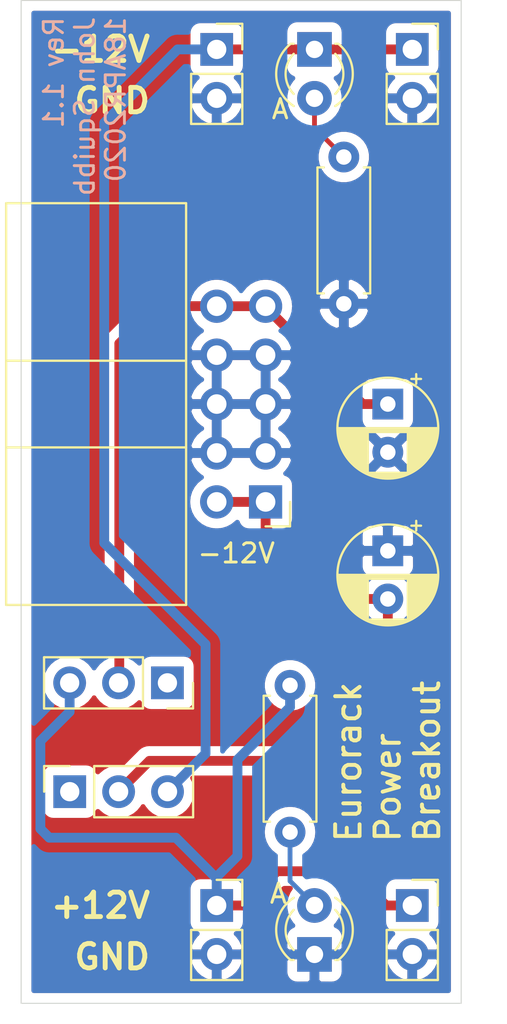
<source format=kicad_pcb>
(kicad_pcb (version 20171130) (host pcbnew "(5.1.2)-2")

  (general
    (thickness 1.6)
    (drawings 13)
    (tracks 48)
    (zones 0)
    (modules 13)
    (nets 10)
  )

  (page A4)
  (layers
    (0 F.Cu signal)
    (31 B.Cu signal)
    (32 B.Adhes user)
    (33 F.Adhes user)
    (34 B.Paste user)
    (35 F.Paste user)
    (36 B.SilkS user)
    (37 F.SilkS user)
    (38 B.Mask user)
    (39 F.Mask user)
    (40 Dwgs.User user)
    (41 Cmts.User user)
    (42 Eco1.User user)
    (43 Eco2.User user)
    (44 Edge.Cuts user)
    (45 Margin user)
    (46 B.CrtYd user)
    (47 F.CrtYd user)
    (48 B.Fab user)
    (49 F.Fab user)
  )

  (setup
    (last_trace_width 0.25)
    (user_trace_width 0.508)
    (trace_clearance 0.2)
    (zone_clearance 0.508)
    (zone_45_only no)
    (trace_min 0.2)
    (via_size 0.8)
    (via_drill 0.4)
    (via_min_size 0.4)
    (via_min_drill 0.3)
    (uvia_size 0.3)
    (uvia_drill 0.1)
    (uvias_allowed no)
    (uvia_min_size 0.2)
    (uvia_min_drill 0.1)
    (edge_width 0.05)
    (segment_width 0.2)
    (pcb_text_width 0.3)
    (pcb_text_size 1.5 1.5)
    (mod_edge_width 0.12)
    (mod_text_size 1 1)
    (mod_text_width 0.15)
    (pad_size 1.7 1.7)
    (pad_drill 1)
    (pad_to_mask_clearance 0.051)
    (solder_mask_min_width 0.25)
    (aux_axis_origin 0 0)
    (visible_elements 7FFFFFFF)
    (pcbplotparams
      (layerselection 0x010f0_ffffffff)
      (usegerberextensions false)
      (usegerberattributes false)
      (usegerberadvancedattributes false)
      (creategerberjobfile false)
      (excludeedgelayer true)
      (linewidth 0.100000)
      (plotframeref false)
      (viasonmask false)
      (mode 1)
      (useauxorigin false)
      (hpglpennumber 1)
      (hpglpenspeed 20)
      (hpglpendiameter 15.000000)
      (psnegative false)
      (psa4output false)
      (plotreference true)
      (plotvalue true)
      (plotinvisibletext false)
      (padsonsilk false)
      (subtractmaskfromsilk false)
      (outputformat 1)
      (mirror false)
      (drillshape 0)
      (scaleselection 1)
      (outputdirectory ""))
  )

  (net 0 "")
  (net 1 GND)
  (net 2 +12V)
  (net 3 -12V)
  (net 4 "Net-(D1-Pad2)")
  (net 5 /-12Rail)
  (net 6 "Net-(D2-Pad2)")
  (net 7 "Net-(J2-Pad1)")
  (net 8 /+12VRail)
  (net 9 "Net-(J4-Pad1)")

  (net_class Default "This is the default net class."
    (clearance 0.2)
    (trace_width 0.25)
    (via_dia 0.8)
    (via_drill 0.4)
    (uvia_dia 0.3)
    (uvia_drill 0.1)
    (add_net GND)
    (add_net "Net-(D1-Pad2)")
    (add_net "Net-(D2-Pad2)")
    (add_net "Net-(J2-Pad1)")
    (add_net "Net-(J4-Pad1)")
  )

  (net_class Power ""
    (clearance 0.2)
    (trace_width 0.508)
    (via_dia 1.016)
    (via_drill 0.508)
    (uvia_dia 0.3)
    (uvia_drill 0.1)
    (add_net +12V)
    (add_net -12V)
    (add_net /+12VRail)
    (add_net /-12Rail)
  )

  (module Connector_IDC:IDC-Header_2x05_P2.54mm_Horizontal (layer F.Cu) (tedit 59DE1F47) (tstamp 5E943D5C)
    (at 2.54 23.495 180)
    (descr "Through hole angled IDC box header, 2x05, 2.54mm pitch, double rows")
    (tags "Through hole IDC box header THT 2x05 2.54mm double row")
    (path /5D5FBF8A)
    (fp_text reference J1 (at 1.27 -6.604) (layer F.SilkS) hide
      (effects (font (size 1 1) (thickness 0.15)))
    )
    (fp_text value "Eurorack Power" (at 1.27 16.764) (layer F.Fab)
      (effects (font (size 1 1) (thickness 0.15)))
    )
    (fp_line (start 13.48 15.51) (end -1.12 15.51) (layer F.CrtYd) (width 0.05))
    (fp_line (start 13.48 -5.35) (end 13.48 15.51) (layer F.CrtYd) (width 0.05))
    (fp_line (start -1.12 15.51) (end -1.12 -5.35) (layer F.CrtYd) (width 0.05))
    (fp_line (start -1.12 -5.35) (end 13.48 -5.35) (layer F.CrtYd) (width 0.05))
    (fp_line (start 4.13 7.33) (end 13.48 7.33) (layer F.SilkS) (width 0.12))
    (fp_line (start 4.13 2.83) (end 13.48 2.83) (layer F.SilkS) (width 0.12))
    (fp_line (start 4.13 15.51) (end 4.13 -5.35) (layer F.SilkS) (width 0.12))
    (fp_line (start 4.13 15.51) (end 13.48 15.51) (layer F.SilkS) (width 0.12))
    (fp_line (start 4.13 -5.35) (end 13.48 -5.35) (layer F.SilkS) (width 0.12))
    (fp_line (start 13.48 -5.35) (end 13.48 15.51) (layer F.SilkS) (width 0.12))
    (fp_line (start 0 -1.27) (end -1.27 -1.27) (layer F.SilkS) (width 0.12))
    (fp_line (start -1.27 -1.27) (end -1.27 0) (layer F.SilkS) (width 0.12))
    (fp_line (start 5.38 -5.1) (end 13.23 -5.1) (layer F.Fab) (width 0.1))
    (fp_line (start 4.38 9.84) (end -0.32 9.84) (layer F.Fab) (width 0.1))
    (fp_line (start 4.38 7.33) (end 13.23 7.33) (layer F.Fab) (width 0.1))
    (fp_line (start 4.38 7.3) (end -0.32 7.3) (layer F.Fab) (width 0.1))
    (fp_line (start 4.38 4.76) (end -0.32 4.76) (layer F.Fab) (width 0.1))
    (fp_line (start 4.38 2.83) (end 13.23 2.83) (layer F.Fab) (width 0.1))
    (fp_line (start 4.38 2.22) (end -0.32 2.22) (layer F.Fab) (width 0.1))
    (fp_line (start 4.38 15.26) (end 4.38 -4.1) (layer F.Fab) (width 0.1))
    (fp_line (start 4.38 15.26) (end 13.23 15.26) (layer F.Fab) (width 0.1))
    (fp_line (start 4.38 -4.1) (end 5.38 -5.1) (layer F.Fab) (width 0.1))
    (fp_line (start 4.38 -0.32) (end -0.32 -0.32) (layer F.Fab) (width 0.1))
    (fp_line (start 13.23 15.26) (end 13.23 -5.1) (layer F.Fab) (width 0.1))
    (fp_line (start -0.32 9.84) (end -0.32 10.48) (layer F.Fab) (width 0.1))
    (fp_line (start -0.32 7.94) (end 4.38 7.94) (layer F.Fab) (width 0.1))
    (fp_line (start -0.32 7.3) (end -0.32 7.94) (layer F.Fab) (width 0.1))
    (fp_line (start -0.32 5.4) (end 4.38 5.4) (layer F.Fab) (width 0.1))
    (fp_line (start -0.32 4.76) (end -0.32 5.4) (layer F.Fab) (width 0.1))
    (fp_line (start -0.32 2.86) (end 4.38 2.86) (layer F.Fab) (width 0.1))
    (fp_line (start -0.32 2.22) (end -0.32 2.86) (layer F.Fab) (width 0.1))
    (fp_line (start -0.32 10.48) (end 4.38 10.48) (layer F.Fab) (width 0.1))
    (fp_line (start -0.32 0.32) (end 4.38 0.32) (layer F.Fab) (width 0.1))
    (fp_line (start -0.32 -0.32) (end -0.32 0.32) (layer F.Fab) (width 0.1))
    (fp_text user %R (at 1.27 5.08) (layer F.Fab)
      (effects (font (size 1 1) (thickness 0.15)))
    )
    (pad 10 thru_hole oval (at 2.54 10.16 180) (size 1.7272 1.7272) (drill 1.016) (layers *.Cu *.Mask)
      (net 2 +12V))
    (pad 9 thru_hole oval (at 0 10.16 180) (size 1.7272 1.7272) (drill 1.016) (layers *.Cu *.Mask)
      (net 2 +12V))
    (pad 8 thru_hole oval (at 2.54 7.62 180) (size 1.7272 1.7272) (drill 1.016) (layers *.Cu *.Mask)
      (net 1 GND))
    (pad 7 thru_hole oval (at 0 7.62 180) (size 1.7272 1.7272) (drill 1.016) (layers *.Cu *.Mask)
      (net 1 GND))
    (pad 6 thru_hole oval (at 2.54 5.08 180) (size 1.7272 1.7272) (drill 1.016) (layers *.Cu *.Mask)
      (net 1 GND))
    (pad 5 thru_hole oval (at 0 5.08 180) (size 1.7272 1.7272) (drill 1.016) (layers *.Cu *.Mask)
      (net 1 GND))
    (pad 4 thru_hole oval (at 2.54 2.54 180) (size 1.7272 1.7272) (drill 1.016) (layers *.Cu *.Mask)
      (net 1 GND))
    (pad 3 thru_hole oval (at 0 2.54 180) (size 1.7272 1.7272) (drill 1.016) (layers *.Cu *.Mask)
      (net 1 GND))
    (pad 2 thru_hole oval (at 2.54 0 180) (size 1.7272 1.7272) (drill 1.016) (layers *.Cu *.Mask)
      (net 3 -12V))
    (pad 1 thru_hole rect (at 0 0 180) (size 1.7272 1.7272) (drill 1.016) (layers *.Cu *.Mask)
      (net 3 -12V))
    (model ${KISYS3DMOD}/Connector_IDC.3dshapes/IDC-Header_2x05_P2.54mm_Horizontal.wrl
      (at (xyz 0 0 0))
      (scale (xyz 1 1 1))
      (rotate (xyz 0 0 0))
    )
  )

  (module Resistor_THT:R_Axial_DIN0207_L6.3mm_D2.5mm_P7.62mm_Horizontal (layer F.Cu) (tedit 5AE5139B) (tstamp 5E9447EC)
    (at 6.604 5.588 270)
    (descr "Resistor, Axial_DIN0207 series, Axial, Horizontal, pin pitch=7.62mm, 0.25W = 1/4W, length*diameter=6.3*2.5mm^2, http://cdn-reichelt.de/documents/datenblatt/B400/1_4W%23YAG.pdf")
    (tags "Resistor Axial_DIN0207 series Axial Horizontal pin pitch 7.62mm 0.25W = 1/4W length 6.3mm diameter 2.5mm")
    (path /5E981D2B)
    (fp_text reference R2 (at 3.81 -2.37 90) (layer F.SilkS) hide
      (effects (font (size 1 1) (thickness 0.15)))
    )
    (fp_text value 1K (at 3.81 2.37 90) (layer F.Fab)
      (effects (font (size 1 1) (thickness 0.15)))
    )
    (fp_text user %R (at 3.81 0 90) (layer F.Fab)
      (effects (font (size 1 1) (thickness 0.15)))
    )
    (fp_line (start 8.67 -1.5) (end -1.05 -1.5) (layer F.CrtYd) (width 0.05))
    (fp_line (start 8.67 1.5) (end 8.67 -1.5) (layer F.CrtYd) (width 0.05))
    (fp_line (start -1.05 1.5) (end 8.67 1.5) (layer F.CrtYd) (width 0.05))
    (fp_line (start -1.05 -1.5) (end -1.05 1.5) (layer F.CrtYd) (width 0.05))
    (fp_line (start 7.08 1.37) (end 7.08 1.04) (layer F.SilkS) (width 0.12))
    (fp_line (start 0.54 1.37) (end 7.08 1.37) (layer F.SilkS) (width 0.12))
    (fp_line (start 0.54 1.04) (end 0.54 1.37) (layer F.SilkS) (width 0.12))
    (fp_line (start 7.08 -1.37) (end 7.08 -1.04) (layer F.SilkS) (width 0.12))
    (fp_line (start 0.54 -1.37) (end 7.08 -1.37) (layer F.SilkS) (width 0.12))
    (fp_line (start 0.54 -1.04) (end 0.54 -1.37) (layer F.SilkS) (width 0.12))
    (fp_line (start 7.62 0) (end 6.96 0) (layer F.Fab) (width 0.1))
    (fp_line (start 0 0) (end 0.66 0) (layer F.Fab) (width 0.1))
    (fp_line (start 6.96 -1.25) (end 0.66 -1.25) (layer F.Fab) (width 0.1))
    (fp_line (start 6.96 1.25) (end 6.96 -1.25) (layer F.Fab) (width 0.1))
    (fp_line (start 0.66 1.25) (end 6.96 1.25) (layer F.Fab) (width 0.1))
    (fp_line (start 0.66 -1.25) (end 0.66 1.25) (layer F.Fab) (width 0.1))
    (pad 2 thru_hole oval (at 7.62 0 270) (size 1.6 1.6) (drill 0.8) (layers *.Cu *.Mask)
      (net 1 GND))
    (pad 1 thru_hole circle (at 0 0 270) (size 1.6 1.6) (drill 0.8) (layers *.Cu *.Mask)
      (net 4 "Net-(D1-Pad2)"))
    (model ${KISYS3DMOD}/Resistor_THT.3dshapes/R_Axial_DIN0207_L6.3mm_D2.5mm_P7.62mm_Horizontal.wrl
      (at (xyz 0 0 0))
      (scale (xyz 1 1 1))
      (rotate (xyz 0 0 0))
    )
  )

  (module Resistor_THT:R_Axial_DIN0207_L6.3mm_D2.5mm_P7.62mm_Horizontal (layer F.Cu) (tedit 5AE5139B) (tstamp 5E943DF9)
    (at 3.81 33.02 270)
    (descr "Resistor, Axial_DIN0207 series, Axial, Horizontal, pin pitch=7.62mm, 0.25W = 1/4W, length*diameter=6.3*2.5mm^2, http://cdn-reichelt.de/documents/datenblatt/B400/1_4W%23YAG.pdf")
    (tags "Resistor Axial_DIN0207 series Axial Horizontal pin pitch 7.62mm 0.25W = 1/4W length 6.3mm diameter 2.5mm")
    (path /5E98B322)
    (fp_text reference R1 (at 3.81 -2.37 90) (layer F.SilkS) hide
      (effects (font (size 1 1) (thickness 0.15)))
    )
    (fp_text value 1K (at 3.81 2.37 90) (layer F.Fab)
      (effects (font (size 1 1) (thickness 0.15)))
    )
    (fp_text user %R (at 3.81 0 90) (layer F.Fab)
      (effects (font (size 1 1) (thickness 0.15)))
    )
    (fp_line (start 8.67 -1.5) (end -1.05 -1.5) (layer F.CrtYd) (width 0.05))
    (fp_line (start 8.67 1.5) (end 8.67 -1.5) (layer F.CrtYd) (width 0.05))
    (fp_line (start -1.05 1.5) (end 8.67 1.5) (layer F.CrtYd) (width 0.05))
    (fp_line (start -1.05 -1.5) (end -1.05 1.5) (layer F.CrtYd) (width 0.05))
    (fp_line (start 7.08 1.37) (end 7.08 1.04) (layer F.SilkS) (width 0.12))
    (fp_line (start 0.54 1.37) (end 7.08 1.37) (layer F.SilkS) (width 0.12))
    (fp_line (start 0.54 1.04) (end 0.54 1.37) (layer F.SilkS) (width 0.12))
    (fp_line (start 7.08 -1.37) (end 7.08 -1.04) (layer F.SilkS) (width 0.12))
    (fp_line (start 0.54 -1.37) (end 7.08 -1.37) (layer F.SilkS) (width 0.12))
    (fp_line (start 0.54 -1.04) (end 0.54 -1.37) (layer F.SilkS) (width 0.12))
    (fp_line (start 7.62 0) (end 6.96 0) (layer F.Fab) (width 0.1))
    (fp_line (start 0 0) (end 0.66 0) (layer F.Fab) (width 0.1))
    (fp_line (start 6.96 -1.25) (end 0.66 -1.25) (layer F.Fab) (width 0.1))
    (fp_line (start 6.96 1.25) (end 6.96 -1.25) (layer F.Fab) (width 0.1))
    (fp_line (start 0.66 1.25) (end 6.96 1.25) (layer F.Fab) (width 0.1))
    (fp_line (start 0.66 -1.25) (end 0.66 1.25) (layer F.Fab) (width 0.1))
    (pad 2 thru_hole oval (at 7.62 0 270) (size 1.6 1.6) (drill 0.8) (layers *.Cu *.Mask)
      (net 6 "Net-(D2-Pad2)"))
    (pad 1 thru_hole circle (at 0 0 270) (size 1.6 1.6) (drill 0.8) (layers *.Cu *.Mask)
      (net 8 /+12VRail))
    (model ${KISYS3DMOD}/Resistor_THT.3dshapes/R_Axial_DIN0207_L6.3mm_D2.5mm_P7.62mm_Horizontal.wrl
      (at (xyz 0 0 0))
      (scale (xyz 1 1 1))
      (rotate (xyz 0 0 0))
    )
  )

  (module Connector_PinSocket_2.54mm:PinSocket_1x02_P2.54mm_Vertical (layer F.Cu) (tedit 5A19A420) (tstamp 5E947607)
    (at 10.16 44.45)
    (descr "Through hole straight socket strip, 1x02, 2.54mm pitch, single row (from Kicad 4.0.7), script generated")
    (tags "Through hole socket strip THT 1x02 2.54mm single row")
    (path /5E9772DC)
    (fp_text reference J7 (at 0 -2.77) (layer F.SilkS) hide
      (effects (font (size 1 1) (thickness 0.15)))
    )
    (fp_text value "RailPinBot B" (at 0 5.31) (layer F.Fab)
      (effects (font (size 1 1) (thickness 0.15)))
    )
    (fp_line (start -1.27 -1.27) (end 0.635 -1.27) (layer F.Fab) (width 0.1))
    (fp_line (start 0.635 -1.27) (end 1.27 -0.635) (layer F.Fab) (width 0.1))
    (fp_line (start 1.27 -0.635) (end 1.27 3.81) (layer F.Fab) (width 0.1))
    (fp_line (start 1.27 3.81) (end -1.27 3.81) (layer F.Fab) (width 0.1))
    (fp_line (start -1.27 3.81) (end -1.27 -1.27) (layer F.Fab) (width 0.1))
    (fp_line (start -1.33 1.27) (end 1.33 1.27) (layer F.SilkS) (width 0.12))
    (fp_line (start -1.33 1.27) (end -1.33 3.87) (layer F.SilkS) (width 0.12))
    (fp_line (start -1.33 3.87) (end 1.33 3.87) (layer F.SilkS) (width 0.12))
    (fp_line (start 1.33 1.27) (end 1.33 3.87) (layer F.SilkS) (width 0.12))
    (fp_line (start 1.33 -1.33) (end 1.33 0) (layer F.SilkS) (width 0.12))
    (fp_line (start 0 -1.33) (end 1.33 -1.33) (layer F.SilkS) (width 0.12))
    (fp_line (start -1.8 -1.8) (end 1.75 -1.8) (layer F.CrtYd) (width 0.05))
    (fp_line (start 1.75 -1.8) (end 1.75 4.3) (layer F.CrtYd) (width 0.05))
    (fp_line (start 1.75 4.3) (end -1.8 4.3) (layer F.CrtYd) (width 0.05))
    (fp_line (start -1.8 4.3) (end -1.8 -1.8) (layer F.CrtYd) (width 0.05))
    (fp_text user %R (at 0 1.27 90) (layer F.Fab)
      (effects (font (size 1 1) (thickness 0.15)))
    )
    (pad 1 thru_hole rect (at 0 0) (size 1.7 1.7) (drill 1) (layers *.Cu *.Mask)
      (net 8 /+12VRail))
    (pad 2 thru_hole oval (at 0 2.54) (size 1.7 1.7) (drill 1) (layers *.Cu *.Mask)
      (net 1 GND))
    (model ${KISYS3DMOD}/Connector_PinSocket_2.54mm.3dshapes/PinSocket_1x02_P2.54mm_Vertical.wrl
      (at (xyz 0 0 0))
      (scale (xyz 1 1 1))
      (rotate (xyz 0 0 0))
    )
  )

  (module Connector_PinSocket_2.54mm:PinSocket_1x02_P2.54mm_Vertical (layer F.Cu) (tedit 5A19A420) (tstamp 5E946354)
    (at 10.16 0)
    (descr "Through hole straight socket strip, 1x02, 2.54mm pitch, single row (from Kicad 4.0.7), script generated")
    (tags "Through hole socket strip THT 1x02 2.54mm single row")
    (path /5E96D228)
    (fp_text reference J6 (at 0 -2.77) (layer F.SilkS) hide
      (effects (font (size 1 1) (thickness 0.15)))
    )
    (fp_text value "RailPinTop B" (at 0 5.31) (layer F.Fab)
      (effects (font (size 1 1) (thickness 0.15)))
    )
    (fp_text user %R (at 0 1.27 90) (layer F.Fab)
      (effects (font (size 1 1) (thickness 0.15)))
    )
    (fp_line (start -1.8 4.3) (end -1.8 -1.8) (layer F.CrtYd) (width 0.05))
    (fp_line (start 1.75 4.3) (end -1.8 4.3) (layer F.CrtYd) (width 0.05))
    (fp_line (start 1.75 -1.8) (end 1.75 4.3) (layer F.CrtYd) (width 0.05))
    (fp_line (start -1.8 -1.8) (end 1.75 -1.8) (layer F.CrtYd) (width 0.05))
    (fp_line (start 0 -1.33) (end 1.33 -1.33) (layer F.SilkS) (width 0.12))
    (fp_line (start 1.33 -1.33) (end 1.33 0) (layer F.SilkS) (width 0.12))
    (fp_line (start 1.33 1.27) (end 1.33 3.87) (layer F.SilkS) (width 0.12))
    (fp_line (start -1.33 3.87) (end 1.33 3.87) (layer F.SilkS) (width 0.12))
    (fp_line (start -1.33 1.27) (end -1.33 3.87) (layer F.SilkS) (width 0.12))
    (fp_line (start -1.33 1.27) (end 1.33 1.27) (layer F.SilkS) (width 0.12))
    (fp_line (start -1.27 3.81) (end -1.27 -1.27) (layer F.Fab) (width 0.1))
    (fp_line (start 1.27 3.81) (end -1.27 3.81) (layer F.Fab) (width 0.1))
    (fp_line (start 1.27 -0.635) (end 1.27 3.81) (layer F.Fab) (width 0.1))
    (fp_line (start 0.635 -1.27) (end 1.27 -0.635) (layer F.Fab) (width 0.1))
    (fp_line (start -1.27 -1.27) (end 0.635 -1.27) (layer F.Fab) (width 0.1))
    (pad 2 thru_hole oval (at 0 2.54) (size 1.7 1.7) (drill 1) (layers *.Cu *.Mask)
      (net 1 GND))
    (pad 1 thru_hole rect (at 0 0) (size 1.7 1.7) (drill 1) (layers *.Cu *.Mask)
      (net 5 /-12Rail))
    (model ${KISYS3DMOD}/Connector_PinSocket_2.54mm.3dshapes/PinSocket_1x02_P2.54mm_Vertical.wrl
      (at (xyz 0 0 0))
      (scale (xyz 1 1 1))
      (rotate (xyz 0 0 0))
    )
  )

  (module Connector_PinSocket_2.54mm:PinSocket_1x02_P2.54mm_Vertical (layer F.Cu) (tedit 5A19A420) (tstamp 5E943DB6)
    (at 0 44.45)
    (descr "Through hole straight socket strip, 1x02, 2.54mm pitch, single row (from Kicad 4.0.7), script generated")
    (tags "Through hole socket strip THT 1x02 2.54mm single row")
    (path /5E9772CA)
    (fp_text reference J5 (at 0 -2.77) (layer F.SilkS) hide
      (effects (font (size 1 1) (thickness 0.15)))
    )
    (fp_text value "RailPinBot A" (at 0 5.31) (layer F.Fab)
      (effects (font (size 1 1) (thickness 0.15)))
    )
    (fp_line (start -1.27 -1.27) (end 0.635 -1.27) (layer F.Fab) (width 0.1))
    (fp_line (start 0.635 -1.27) (end 1.27 -0.635) (layer F.Fab) (width 0.1))
    (fp_line (start 1.27 -0.635) (end 1.27 3.81) (layer F.Fab) (width 0.1))
    (fp_line (start 1.27 3.81) (end -1.27 3.81) (layer F.Fab) (width 0.1))
    (fp_line (start -1.27 3.81) (end -1.27 -1.27) (layer F.Fab) (width 0.1))
    (fp_line (start -1.33 1.27) (end 1.33 1.27) (layer F.SilkS) (width 0.12))
    (fp_line (start -1.33 1.27) (end -1.33 3.87) (layer F.SilkS) (width 0.12))
    (fp_line (start -1.33 3.87) (end 1.33 3.87) (layer F.SilkS) (width 0.12))
    (fp_line (start 1.33 1.27) (end 1.33 3.87) (layer F.SilkS) (width 0.12))
    (fp_line (start 1.33 -1.33) (end 1.33 0) (layer F.SilkS) (width 0.12))
    (fp_line (start 0 -1.33) (end 1.33 -1.33) (layer F.SilkS) (width 0.12))
    (fp_line (start -1.8 -1.8) (end 1.75 -1.8) (layer F.CrtYd) (width 0.05))
    (fp_line (start 1.75 -1.8) (end 1.75 4.3) (layer F.CrtYd) (width 0.05))
    (fp_line (start 1.75 4.3) (end -1.8 4.3) (layer F.CrtYd) (width 0.05))
    (fp_line (start -1.8 4.3) (end -1.8 -1.8) (layer F.CrtYd) (width 0.05))
    (fp_text user %R (at 0 1.27 90) (layer F.Fab)
      (effects (font (size 1 1) (thickness 0.15)))
    )
    (pad 1 thru_hole rect (at 0 0) (size 1.7 1.7) (drill 1) (layers *.Cu *.Mask)
      (net 8 /+12VRail))
    (pad 2 thru_hole oval (at 0 2.54) (size 1.7 1.7) (drill 1) (layers *.Cu *.Mask)
      (net 1 GND))
    (model ${KISYS3DMOD}/Connector_PinSocket_2.54mm.3dshapes/PinSocket_1x02_P2.54mm_Vertical.wrl
      (at (xyz 0 0 0))
      (scale (xyz 1 1 1))
      (rotate (xyz 0 0 0))
    )
  )

  (module Connector_PinSocket_2.54mm:PinSocket_1x03_P2.54mm_Vertical locked (layer F.Cu) (tedit 5A19A429) (tstamp 5E948D6B)
    (at -2.56 32.89 270)
    (descr "Through hole straight socket strip, 1x03, 2.54mm pitch, single row (from Kicad 4.0.7), script generated")
    (tags "Through hole socket strip THT 1x03 2.54mm single row")
    (path /5E9772BE)
    (fp_text reference J4 (at 0 -2.77 90) (layer F.SilkS) hide
      (effects (font (size 1 1) (thickness 0.15)))
    )
    (fp_text value DPDT_B (at 0 7.85 90) (layer F.Fab)
      (effects (font (size 1 1) (thickness 0.15)))
    )
    (fp_text user %R (at 0 2.54) (layer F.Fab)
      (effects (font (size 1 1) (thickness 0.15)))
    )
    (fp_line (start -1.8 6.85) (end -1.8 -1.8) (layer F.CrtYd) (width 0.05))
    (fp_line (start 1.75 6.85) (end -1.8 6.85) (layer F.CrtYd) (width 0.05))
    (fp_line (start 1.75 -1.8) (end 1.75 6.85) (layer F.CrtYd) (width 0.05))
    (fp_line (start -1.8 -1.8) (end 1.75 -1.8) (layer F.CrtYd) (width 0.05))
    (fp_line (start 0 -1.33) (end 1.33 -1.33) (layer F.SilkS) (width 0.12))
    (fp_line (start 1.33 -1.33) (end 1.33 0) (layer F.SilkS) (width 0.12))
    (fp_line (start 1.33 1.27) (end 1.33 6.41) (layer F.SilkS) (width 0.12))
    (fp_line (start -1.33 6.41) (end 1.33 6.41) (layer F.SilkS) (width 0.12))
    (fp_line (start -1.33 1.27) (end -1.33 6.41) (layer F.SilkS) (width 0.12))
    (fp_line (start -1.33 1.27) (end 1.33 1.27) (layer F.SilkS) (width 0.12))
    (fp_line (start -1.27 6.35) (end -1.27 -1.27) (layer F.Fab) (width 0.1))
    (fp_line (start 1.27 6.35) (end -1.27 6.35) (layer F.Fab) (width 0.1))
    (fp_line (start 1.27 -0.635) (end 1.27 6.35) (layer F.Fab) (width 0.1))
    (fp_line (start 0.635 -1.27) (end 1.27 -0.635) (layer F.Fab) (width 0.1))
    (fp_line (start -1.27 -1.27) (end 0.635 -1.27) (layer F.Fab) (width 0.1))
    (pad 3 thru_hole oval (at 0 5.08 270) (size 1.7 1.7) (drill 1) (layers *.Cu *.Mask)
      (net 8 /+12VRail))
    (pad 2 thru_hole oval (at 0 2.54 270) (size 1.7 1.7) (drill 1) (layers *.Cu *.Mask)
      (net 2 +12V))
    (pad 1 thru_hole rect (at 0 0 270) (size 1.7 1.7) (drill 1) (layers *.Cu *.Mask)
      (net 9 "Net-(J4-Pad1)"))
    (model ${KISYS3DMOD}/Connector_PinSocket_2.54mm.3dshapes/PinSocket_1x03_P2.54mm_Vertical.wrl
      (at (xyz 0 0 0))
      (scale (xyz 1 1 1))
      (rotate (xyz 0 0 0))
    )
  )

  (module Connector_PinSocket_2.54mm:PinSocket_1x02_P2.54mm_Vertical (layer F.Cu) (tedit 5A19A420) (tstamp 5E943D89)
    (at 0 0)
    (descr "Through hole straight socket strip, 1x02, 2.54mm pitch, single row (from Kicad 4.0.7), script generated")
    (tags "Through hole socket strip THT 1x02 2.54mm single row")
    (path /5E961A45)
    (fp_text reference J3 (at 0 -2.77) (layer F.SilkS) hide
      (effects (font (size 1 1) (thickness 0.15)))
    )
    (fp_text value "RailPinTop A" (at 0 5.31) (layer F.Fab)
      (effects (font (size 1 1) (thickness 0.15)))
    )
    (fp_text user %R (at 0 1.27 90) (layer F.Fab)
      (effects (font (size 1 1) (thickness 0.15)))
    )
    (fp_line (start -1.8 4.3) (end -1.8 -1.8) (layer F.CrtYd) (width 0.05))
    (fp_line (start 1.75 4.3) (end -1.8 4.3) (layer F.CrtYd) (width 0.05))
    (fp_line (start 1.75 -1.8) (end 1.75 4.3) (layer F.CrtYd) (width 0.05))
    (fp_line (start -1.8 -1.8) (end 1.75 -1.8) (layer F.CrtYd) (width 0.05))
    (fp_line (start 0 -1.33) (end 1.33 -1.33) (layer F.SilkS) (width 0.12))
    (fp_line (start 1.33 -1.33) (end 1.33 0) (layer F.SilkS) (width 0.12))
    (fp_line (start 1.33 1.27) (end 1.33 3.87) (layer F.SilkS) (width 0.12))
    (fp_line (start -1.33 3.87) (end 1.33 3.87) (layer F.SilkS) (width 0.12))
    (fp_line (start -1.33 1.27) (end -1.33 3.87) (layer F.SilkS) (width 0.12))
    (fp_line (start -1.33 1.27) (end 1.33 1.27) (layer F.SilkS) (width 0.12))
    (fp_line (start -1.27 3.81) (end -1.27 -1.27) (layer F.Fab) (width 0.1))
    (fp_line (start 1.27 3.81) (end -1.27 3.81) (layer F.Fab) (width 0.1))
    (fp_line (start 1.27 -0.635) (end 1.27 3.81) (layer F.Fab) (width 0.1))
    (fp_line (start 0.635 -1.27) (end 1.27 -0.635) (layer F.Fab) (width 0.1))
    (fp_line (start -1.27 -1.27) (end 0.635 -1.27) (layer F.Fab) (width 0.1))
    (pad 2 thru_hole oval (at 0 2.54) (size 1.7 1.7) (drill 1) (layers *.Cu *.Mask)
      (net 1 GND))
    (pad 1 thru_hole rect (at 0 0) (size 1.7 1.7) (drill 1) (layers *.Cu *.Mask)
      (net 5 /-12Rail))
    (model ${KISYS3DMOD}/Connector_PinSocket_2.54mm.3dshapes/PinSocket_1x02_P2.54mm_Vertical.wrl
      (at (xyz 0 0 0))
      (scale (xyz 1 1 1))
      (rotate (xyz 0 0 0))
    )
  )

  (module Connector_PinSocket_2.54mm:PinSocket_1x03_P2.54mm_Vertical locked (layer F.Cu) (tedit 5A19A429) (tstamp 5E9ADE37)
    (at -7.635 38.54 90)
    (descr "Through hole straight socket strip, 1x03, 2.54mm pitch, single row (from Kicad 4.0.7), script generated")
    (tags "Through hole socket strip THT 1x03 2.54mm single row")
    (path /5E95D49C)
    (fp_text reference J2 (at 0 -2.77 90) (layer F.SilkS) hide
      (effects (font (size 1 1) (thickness 0.15)))
    )
    (fp_text value DPDT_A (at 0 7.85 90) (layer F.Fab)
      (effects (font (size 1 1) (thickness 0.15)))
    )
    (fp_text user %R (at 0 2.54) (layer F.Fab)
      (effects (font (size 1 1) (thickness 0.15)))
    )
    (fp_line (start -1.8 6.85) (end -1.8 -1.8) (layer F.CrtYd) (width 0.05))
    (fp_line (start 1.75 6.85) (end -1.8 6.85) (layer F.CrtYd) (width 0.05))
    (fp_line (start 1.75 -1.8) (end 1.75 6.85) (layer F.CrtYd) (width 0.05))
    (fp_line (start -1.8 -1.8) (end 1.75 -1.8) (layer F.CrtYd) (width 0.05))
    (fp_line (start 0 -1.33) (end 1.33 -1.33) (layer F.SilkS) (width 0.12))
    (fp_line (start 1.33 -1.33) (end 1.33 0) (layer F.SilkS) (width 0.12))
    (fp_line (start 1.33 1.27) (end 1.33 6.41) (layer F.SilkS) (width 0.12))
    (fp_line (start -1.33 6.41) (end 1.33 6.41) (layer F.SilkS) (width 0.12))
    (fp_line (start -1.33 1.27) (end -1.33 6.41) (layer F.SilkS) (width 0.12))
    (fp_line (start -1.33 1.27) (end 1.33 1.27) (layer F.SilkS) (width 0.12))
    (fp_line (start -1.27 6.35) (end -1.27 -1.27) (layer F.Fab) (width 0.1))
    (fp_line (start 1.27 6.35) (end -1.27 6.35) (layer F.Fab) (width 0.1))
    (fp_line (start 1.27 -0.635) (end 1.27 6.35) (layer F.Fab) (width 0.1))
    (fp_line (start 0.635 -1.27) (end 1.27 -0.635) (layer F.Fab) (width 0.1))
    (fp_line (start -1.27 -1.27) (end 0.635 -1.27) (layer F.Fab) (width 0.1))
    (pad 3 thru_hole oval (at 0 5.08 90) (size 1.7 1.7) (drill 1) (layers *.Cu *.Mask)
      (net 5 /-12Rail))
    (pad 2 thru_hole oval (at 0 2.54 90) (size 1.7 1.7) (drill 1) (layers *.Cu *.Mask)
      (net 3 -12V))
    (pad 1 thru_hole rect (at 0 0 90) (size 1.7 1.7) (drill 1) (layers *.Cu *.Mask)
      (net 7 "Net-(J2-Pad1)"))
    (model ${KISYS3DMOD}/Connector_PinSocket_2.54mm.3dshapes/PinSocket_1x03_P2.54mm_Vertical.wrl
      (at (xyz 0 0 0))
      (scale (xyz 1 1 1))
      (rotate (xyz 0 0 0))
    )
  )

  (module LED_THT:LED_D3.0mm (layer F.Cu) (tedit 587A3A7B) (tstamp 5E943D34)
    (at 5.08 46.99 90)
    (descr "LED, diameter 3.0mm, 2 pins")
    (tags "LED diameter 3.0mm 2 pins")
    (path /5E989001)
    (fp_text reference D2 (at -1.778 0 180) (layer F.SilkS) hide
      (effects (font (size 1 1) (thickness 0.15)))
    )
    (fp_text value LED (at 1.27 2.96 90) (layer F.Fab)
      (effects (font (size 1 1) (thickness 0.15)))
    )
    (fp_line (start 3.7 -2.25) (end -1.15 -2.25) (layer F.CrtYd) (width 0.05))
    (fp_line (start 3.7 2.25) (end 3.7 -2.25) (layer F.CrtYd) (width 0.05))
    (fp_line (start -1.15 2.25) (end 3.7 2.25) (layer F.CrtYd) (width 0.05))
    (fp_line (start -1.15 -2.25) (end -1.15 2.25) (layer F.CrtYd) (width 0.05))
    (fp_line (start -0.29 1.08) (end -0.29 1.236) (layer F.SilkS) (width 0.12))
    (fp_line (start -0.29 -1.236) (end -0.29 -1.08) (layer F.SilkS) (width 0.12))
    (fp_line (start -0.23 -1.16619) (end -0.23 1.16619) (layer F.Fab) (width 0.1))
    (fp_circle (center 1.27 0) (end 2.77 0) (layer F.Fab) (width 0.1))
    (fp_arc (start 1.27 0) (end 0.229039 1.08) (angle -87.9) (layer F.SilkS) (width 0.12))
    (fp_arc (start 1.27 0) (end 0.229039 -1.08) (angle 87.9) (layer F.SilkS) (width 0.12))
    (fp_arc (start 1.27 0) (end -0.29 1.235516) (angle -108.8) (layer F.SilkS) (width 0.12))
    (fp_arc (start 1.27 0) (end -0.29 -1.235516) (angle 108.8) (layer F.SilkS) (width 0.12))
    (fp_arc (start 1.27 0) (end -0.23 -1.16619) (angle 284.3) (layer F.Fab) (width 0.1))
    (pad 2 thru_hole circle (at 2.54 0 90) (size 1.8 1.8) (drill 0.9) (layers *.Cu *.Mask)
      (net 6 "Net-(D2-Pad2)"))
    (pad 1 thru_hole rect (at 0 0 90) (size 1.8 1.8) (drill 0.9) (layers *.Cu *.Mask)
      (net 1 GND))
    (model ${KISYS3DMOD}/LED_THT.3dshapes/LED_D3.0mm.wrl
      (at (xyz 0 0 0))
      (scale (xyz 1 1 1))
      (rotate (xyz 0 0 0))
    )
  )

  (module LED_THT:LED_D3.0mm (layer F.Cu) (tedit 587A3A7B) (tstamp 5E94BAED)
    (at 5.08 0 270)
    (descr "LED, diameter 3.0mm, 2 pins")
    (tags "LED diameter 3.0mm 2 pins")
    (path /5E978BB2)
    (fp_text reference D1 (at -1.778 0 180) (layer F.SilkS) hide
      (effects (font (size 1 1) (thickness 0.15)))
    )
    (fp_text value LED (at 1.27 2.96 90) (layer F.Fab)
      (effects (font (size 1 1) (thickness 0.15)))
    )
    (fp_line (start 3.7 -2.25) (end -1.15 -2.25) (layer F.CrtYd) (width 0.05))
    (fp_line (start 3.7 2.25) (end 3.7 -2.25) (layer F.CrtYd) (width 0.05))
    (fp_line (start -1.15 2.25) (end 3.7 2.25) (layer F.CrtYd) (width 0.05))
    (fp_line (start -1.15 -2.25) (end -1.15 2.25) (layer F.CrtYd) (width 0.05))
    (fp_line (start -0.29 1.08) (end -0.29 1.236) (layer F.SilkS) (width 0.12))
    (fp_line (start -0.29 -1.236) (end -0.29 -1.08) (layer F.SilkS) (width 0.12))
    (fp_line (start -0.23 -1.16619) (end -0.23 1.16619) (layer F.Fab) (width 0.1))
    (fp_circle (center 1.27 0) (end 2.77 0) (layer F.Fab) (width 0.1))
    (fp_arc (start 1.27 0) (end 0.229039 1.08) (angle -87.9) (layer F.SilkS) (width 0.12))
    (fp_arc (start 1.27 0) (end 0.229039 -1.08) (angle 87.9) (layer F.SilkS) (width 0.12))
    (fp_arc (start 1.27 0) (end -0.29 1.235516) (angle -108.8) (layer F.SilkS) (width 0.12))
    (fp_arc (start 1.27 0) (end -0.29 -1.235516) (angle 108.8) (layer F.SilkS) (width 0.12))
    (fp_arc (start 1.27 0) (end -0.23 -1.16619) (angle 284.3) (layer F.Fab) (width 0.1))
    (pad 2 thru_hole circle (at 2.54 0 270) (size 1.8 1.8) (drill 0.9) (layers *.Cu *.Mask)
      (net 4 "Net-(D1-Pad2)"))
    (pad 1 thru_hole rect (at 0 0 270) (size 1.8 1.8) (drill 0.9) (layers *.Cu *.Mask)
      (net 5 /-12Rail))
    (model ${KISYS3DMOD}/LED_THT.3dshapes/LED_D3.0mm.wrl
      (at (xyz 0 0 0))
      (scale (xyz 1 1 1))
      (rotate (xyz 0 0 0))
    )
  )

  (module Capacitor_THT:CP_Radial_D5.0mm_P2.50mm (layer F.Cu) (tedit 5AE50EF0) (tstamp 5E94AAAE)
    (at 8.89 26.035 270)
    (descr "CP, Radial series, Radial, pin pitch=2.50mm, , diameter=5mm, Electrolytic Capacitor")
    (tags "CP Radial series Radial pin pitch 2.50mm  diameter 5mm Electrolytic Capacitor")
    (path /5D5FFDB5)
    (fp_text reference C2 (at 1.25 -3.75 90) (layer F.SilkS) hide
      (effects (font (size 1 1) (thickness 0.15)))
    )
    (fp_text value 10uF (at 1.25 3.75 90) (layer F.Fab)
      (effects (font (size 1 1) (thickness 0.15)))
    )
    (fp_text user %R (at 1.25 0 90) (layer F.Fab)
      (effects (font (size 1 1) (thickness 0.15)))
    )
    (fp_line (start -1.304775 -1.725) (end -1.304775 -1.225) (layer F.SilkS) (width 0.12))
    (fp_line (start -1.554775 -1.475) (end -1.054775 -1.475) (layer F.SilkS) (width 0.12))
    (fp_line (start 3.851 -0.284) (end 3.851 0.284) (layer F.SilkS) (width 0.12))
    (fp_line (start 3.811 -0.518) (end 3.811 0.518) (layer F.SilkS) (width 0.12))
    (fp_line (start 3.771 -0.677) (end 3.771 0.677) (layer F.SilkS) (width 0.12))
    (fp_line (start 3.731 -0.805) (end 3.731 0.805) (layer F.SilkS) (width 0.12))
    (fp_line (start 3.691 -0.915) (end 3.691 0.915) (layer F.SilkS) (width 0.12))
    (fp_line (start 3.651 -1.011) (end 3.651 1.011) (layer F.SilkS) (width 0.12))
    (fp_line (start 3.611 -1.098) (end 3.611 1.098) (layer F.SilkS) (width 0.12))
    (fp_line (start 3.571 -1.178) (end 3.571 1.178) (layer F.SilkS) (width 0.12))
    (fp_line (start 3.531 1.04) (end 3.531 1.251) (layer F.SilkS) (width 0.12))
    (fp_line (start 3.531 -1.251) (end 3.531 -1.04) (layer F.SilkS) (width 0.12))
    (fp_line (start 3.491 1.04) (end 3.491 1.319) (layer F.SilkS) (width 0.12))
    (fp_line (start 3.491 -1.319) (end 3.491 -1.04) (layer F.SilkS) (width 0.12))
    (fp_line (start 3.451 1.04) (end 3.451 1.383) (layer F.SilkS) (width 0.12))
    (fp_line (start 3.451 -1.383) (end 3.451 -1.04) (layer F.SilkS) (width 0.12))
    (fp_line (start 3.411 1.04) (end 3.411 1.443) (layer F.SilkS) (width 0.12))
    (fp_line (start 3.411 -1.443) (end 3.411 -1.04) (layer F.SilkS) (width 0.12))
    (fp_line (start 3.371 1.04) (end 3.371 1.5) (layer F.SilkS) (width 0.12))
    (fp_line (start 3.371 -1.5) (end 3.371 -1.04) (layer F.SilkS) (width 0.12))
    (fp_line (start 3.331 1.04) (end 3.331 1.554) (layer F.SilkS) (width 0.12))
    (fp_line (start 3.331 -1.554) (end 3.331 -1.04) (layer F.SilkS) (width 0.12))
    (fp_line (start 3.291 1.04) (end 3.291 1.605) (layer F.SilkS) (width 0.12))
    (fp_line (start 3.291 -1.605) (end 3.291 -1.04) (layer F.SilkS) (width 0.12))
    (fp_line (start 3.251 1.04) (end 3.251 1.653) (layer F.SilkS) (width 0.12))
    (fp_line (start 3.251 -1.653) (end 3.251 -1.04) (layer F.SilkS) (width 0.12))
    (fp_line (start 3.211 1.04) (end 3.211 1.699) (layer F.SilkS) (width 0.12))
    (fp_line (start 3.211 -1.699) (end 3.211 -1.04) (layer F.SilkS) (width 0.12))
    (fp_line (start 3.171 1.04) (end 3.171 1.743) (layer F.SilkS) (width 0.12))
    (fp_line (start 3.171 -1.743) (end 3.171 -1.04) (layer F.SilkS) (width 0.12))
    (fp_line (start 3.131 1.04) (end 3.131 1.785) (layer F.SilkS) (width 0.12))
    (fp_line (start 3.131 -1.785) (end 3.131 -1.04) (layer F.SilkS) (width 0.12))
    (fp_line (start 3.091 1.04) (end 3.091 1.826) (layer F.SilkS) (width 0.12))
    (fp_line (start 3.091 -1.826) (end 3.091 -1.04) (layer F.SilkS) (width 0.12))
    (fp_line (start 3.051 1.04) (end 3.051 1.864) (layer F.SilkS) (width 0.12))
    (fp_line (start 3.051 -1.864) (end 3.051 -1.04) (layer F.SilkS) (width 0.12))
    (fp_line (start 3.011 1.04) (end 3.011 1.901) (layer F.SilkS) (width 0.12))
    (fp_line (start 3.011 -1.901) (end 3.011 -1.04) (layer F.SilkS) (width 0.12))
    (fp_line (start 2.971 1.04) (end 2.971 1.937) (layer F.SilkS) (width 0.12))
    (fp_line (start 2.971 -1.937) (end 2.971 -1.04) (layer F.SilkS) (width 0.12))
    (fp_line (start 2.931 1.04) (end 2.931 1.971) (layer F.SilkS) (width 0.12))
    (fp_line (start 2.931 -1.971) (end 2.931 -1.04) (layer F.SilkS) (width 0.12))
    (fp_line (start 2.891 1.04) (end 2.891 2.004) (layer F.SilkS) (width 0.12))
    (fp_line (start 2.891 -2.004) (end 2.891 -1.04) (layer F.SilkS) (width 0.12))
    (fp_line (start 2.851 1.04) (end 2.851 2.035) (layer F.SilkS) (width 0.12))
    (fp_line (start 2.851 -2.035) (end 2.851 -1.04) (layer F.SilkS) (width 0.12))
    (fp_line (start 2.811 1.04) (end 2.811 2.065) (layer F.SilkS) (width 0.12))
    (fp_line (start 2.811 -2.065) (end 2.811 -1.04) (layer F.SilkS) (width 0.12))
    (fp_line (start 2.771 1.04) (end 2.771 2.095) (layer F.SilkS) (width 0.12))
    (fp_line (start 2.771 -2.095) (end 2.771 -1.04) (layer F.SilkS) (width 0.12))
    (fp_line (start 2.731 1.04) (end 2.731 2.122) (layer F.SilkS) (width 0.12))
    (fp_line (start 2.731 -2.122) (end 2.731 -1.04) (layer F.SilkS) (width 0.12))
    (fp_line (start 2.691 1.04) (end 2.691 2.149) (layer F.SilkS) (width 0.12))
    (fp_line (start 2.691 -2.149) (end 2.691 -1.04) (layer F.SilkS) (width 0.12))
    (fp_line (start 2.651 1.04) (end 2.651 2.175) (layer F.SilkS) (width 0.12))
    (fp_line (start 2.651 -2.175) (end 2.651 -1.04) (layer F.SilkS) (width 0.12))
    (fp_line (start 2.611 1.04) (end 2.611 2.2) (layer F.SilkS) (width 0.12))
    (fp_line (start 2.611 -2.2) (end 2.611 -1.04) (layer F.SilkS) (width 0.12))
    (fp_line (start 2.571 1.04) (end 2.571 2.224) (layer F.SilkS) (width 0.12))
    (fp_line (start 2.571 -2.224) (end 2.571 -1.04) (layer F.SilkS) (width 0.12))
    (fp_line (start 2.531 1.04) (end 2.531 2.247) (layer F.SilkS) (width 0.12))
    (fp_line (start 2.531 -2.247) (end 2.531 -1.04) (layer F.SilkS) (width 0.12))
    (fp_line (start 2.491 1.04) (end 2.491 2.268) (layer F.SilkS) (width 0.12))
    (fp_line (start 2.491 -2.268) (end 2.491 -1.04) (layer F.SilkS) (width 0.12))
    (fp_line (start 2.451 1.04) (end 2.451 2.29) (layer F.SilkS) (width 0.12))
    (fp_line (start 2.451 -2.29) (end 2.451 -1.04) (layer F.SilkS) (width 0.12))
    (fp_line (start 2.411 1.04) (end 2.411 2.31) (layer F.SilkS) (width 0.12))
    (fp_line (start 2.411 -2.31) (end 2.411 -1.04) (layer F.SilkS) (width 0.12))
    (fp_line (start 2.371 1.04) (end 2.371 2.329) (layer F.SilkS) (width 0.12))
    (fp_line (start 2.371 -2.329) (end 2.371 -1.04) (layer F.SilkS) (width 0.12))
    (fp_line (start 2.331 1.04) (end 2.331 2.348) (layer F.SilkS) (width 0.12))
    (fp_line (start 2.331 -2.348) (end 2.331 -1.04) (layer F.SilkS) (width 0.12))
    (fp_line (start 2.291 1.04) (end 2.291 2.365) (layer F.SilkS) (width 0.12))
    (fp_line (start 2.291 -2.365) (end 2.291 -1.04) (layer F.SilkS) (width 0.12))
    (fp_line (start 2.251 1.04) (end 2.251 2.382) (layer F.SilkS) (width 0.12))
    (fp_line (start 2.251 -2.382) (end 2.251 -1.04) (layer F.SilkS) (width 0.12))
    (fp_line (start 2.211 1.04) (end 2.211 2.398) (layer F.SilkS) (width 0.12))
    (fp_line (start 2.211 -2.398) (end 2.211 -1.04) (layer F.SilkS) (width 0.12))
    (fp_line (start 2.171 1.04) (end 2.171 2.414) (layer F.SilkS) (width 0.12))
    (fp_line (start 2.171 -2.414) (end 2.171 -1.04) (layer F.SilkS) (width 0.12))
    (fp_line (start 2.131 1.04) (end 2.131 2.428) (layer F.SilkS) (width 0.12))
    (fp_line (start 2.131 -2.428) (end 2.131 -1.04) (layer F.SilkS) (width 0.12))
    (fp_line (start 2.091 1.04) (end 2.091 2.442) (layer F.SilkS) (width 0.12))
    (fp_line (start 2.091 -2.442) (end 2.091 -1.04) (layer F.SilkS) (width 0.12))
    (fp_line (start 2.051 1.04) (end 2.051 2.455) (layer F.SilkS) (width 0.12))
    (fp_line (start 2.051 -2.455) (end 2.051 -1.04) (layer F.SilkS) (width 0.12))
    (fp_line (start 2.011 1.04) (end 2.011 2.468) (layer F.SilkS) (width 0.12))
    (fp_line (start 2.011 -2.468) (end 2.011 -1.04) (layer F.SilkS) (width 0.12))
    (fp_line (start 1.971 1.04) (end 1.971 2.48) (layer F.SilkS) (width 0.12))
    (fp_line (start 1.971 -2.48) (end 1.971 -1.04) (layer F.SilkS) (width 0.12))
    (fp_line (start 1.93 1.04) (end 1.93 2.491) (layer F.SilkS) (width 0.12))
    (fp_line (start 1.93 -2.491) (end 1.93 -1.04) (layer F.SilkS) (width 0.12))
    (fp_line (start 1.89 1.04) (end 1.89 2.501) (layer F.SilkS) (width 0.12))
    (fp_line (start 1.89 -2.501) (end 1.89 -1.04) (layer F.SilkS) (width 0.12))
    (fp_line (start 1.85 1.04) (end 1.85 2.511) (layer F.SilkS) (width 0.12))
    (fp_line (start 1.85 -2.511) (end 1.85 -1.04) (layer F.SilkS) (width 0.12))
    (fp_line (start 1.81 1.04) (end 1.81 2.52) (layer F.SilkS) (width 0.12))
    (fp_line (start 1.81 -2.52) (end 1.81 -1.04) (layer F.SilkS) (width 0.12))
    (fp_line (start 1.77 1.04) (end 1.77 2.528) (layer F.SilkS) (width 0.12))
    (fp_line (start 1.77 -2.528) (end 1.77 -1.04) (layer F.SilkS) (width 0.12))
    (fp_line (start 1.73 1.04) (end 1.73 2.536) (layer F.SilkS) (width 0.12))
    (fp_line (start 1.73 -2.536) (end 1.73 -1.04) (layer F.SilkS) (width 0.12))
    (fp_line (start 1.69 1.04) (end 1.69 2.543) (layer F.SilkS) (width 0.12))
    (fp_line (start 1.69 -2.543) (end 1.69 -1.04) (layer F.SilkS) (width 0.12))
    (fp_line (start 1.65 1.04) (end 1.65 2.55) (layer F.SilkS) (width 0.12))
    (fp_line (start 1.65 -2.55) (end 1.65 -1.04) (layer F.SilkS) (width 0.12))
    (fp_line (start 1.61 1.04) (end 1.61 2.556) (layer F.SilkS) (width 0.12))
    (fp_line (start 1.61 -2.556) (end 1.61 -1.04) (layer F.SilkS) (width 0.12))
    (fp_line (start 1.57 1.04) (end 1.57 2.561) (layer F.SilkS) (width 0.12))
    (fp_line (start 1.57 -2.561) (end 1.57 -1.04) (layer F.SilkS) (width 0.12))
    (fp_line (start 1.53 1.04) (end 1.53 2.565) (layer F.SilkS) (width 0.12))
    (fp_line (start 1.53 -2.565) (end 1.53 -1.04) (layer F.SilkS) (width 0.12))
    (fp_line (start 1.49 1.04) (end 1.49 2.569) (layer F.SilkS) (width 0.12))
    (fp_line (start 1.49 -2.569) (end 1.49 -1.04) (layer F.SilkS) (width 0.12))
    (fp_line (start 1.45 -2.573) (end 1.45 2.573) (layer F.SilkS) (width 0.12))
    (fp_line (start 1.41 -2.576) (end 1.41 2.576) (layer F.SilkS) (width 0.12))
    (fp_line (start 1.37 -2.578) (end 1.37 2.578) (layer F.SilkS) (width 0.12))
    (fp_line (start 1.33 -2.579) (end 1.33 2.579) (layer F.SilkS) (width 0.12))
    (fp_line (start 1.29 -2.58) (end 1.29 2.58) (layer F.SilkS) (width 0.12))
    (fp_line (start 1.25 -2.58) (end 1.25 2.58) (layer F.SilkS) (width 0.12))
    (fp_line (start -0.633605 -1.3375) (end -0.633605 -0.8375) (layer F.Fab) (width 0.1))
    (fp_line (start -0.883605 -1.0875) (end -0.383605 -1.0875) (layer F.Fab) (width 0.1))
    (fp_circle (center 1.25 0) (end 4 0) (layer F.CrtYd) (width 0.05))
    (fp_circle (center 1.25 0) (end 3.87 0) (layer F.SilkS) (width 0.12))
    (fp_circle (center 1.25 0) (end 3.75 0) (layer F.Fab) (width 0.1))
    (pad 2 thru_hole circle (at 2.5 0 270) (size 1.6 1.6) (drill 0.8) (layers *.Cu *.Mask)
      (net 3 -12V))
    (pad 1 thru_hole rect (at 0 0 270) (size 1.6 1.6) (drill 0.8) (layers *.Cu *.Mask)
      (net 1 GND))
    (model ${KISYS3DMOD}/Capacitor_THT.3dshapes/CP_Radial_D5.0mm_P2.50mm.wrl
      (at (xyz 0 0 0))
      (scale (xyz 1 1 1))
      (rotate (xyz 0 0 0))
    )
  )

  (module Capacitor_THT:CP_Radial_D5.0mm_P2.50mm (layer F.Cu) (tedit 5AE50EF0) (tstamp 5E94B180)
    (at 8.89 18.415 270)
    (descr "CP, Radial series, Radial, pin pitch=2.50mm, , diameter=5mm, Electrolytic Capacitor")
    (tags "CP Radial series Radial pin pitch 2.50mm  diameter 5mm Electrolytic Capacitor")
    (path /5D6008CC)
    (fp_text reference C1 (at 1.25 -3.75 90) (layer F.SilkS) hide
      (effects (font (size 1 1) (thickness 0.15)))
    )
    (fp_text value 10uF (at 1.25 3.75 90) (layer F.Fab)
      (effects (font (size 1 1) (thickness 0.15)))
    )
    (fp_text user %R (at 1.25 0 90) (layer F.Fab)
      (effects (font (size 1 1) (thickness 0.15)))
    )
    (fp_line (start -1.304775 -1.725) (end -1.304775 -1.225) (layer F.SilkS) (width 0.12))
    (fp_line (start -1.554775 -1.475) (end -1.054775 -1.475) (layer F.SilkS) (width 0.12))
    (fp_line (start 3.851 -0.284) (end 3.851 0.284) (layer F.SilkS) (width 0.12))
    (fp_line (start 3.811 -0.518) (end 3.811 0.518) (layer F.SilkS) (width 0.12))
    (fp_line (start 3.771 -0.677) (end 3.771 0.677) (layer F.SilkS) (width 0.12))
    (fp_line (start 3.731 -0.805) (end 3.731 0.805) (layer F.SilkS) (width 0.12))
    (fp_line (start 3.691 -0.915) (end 3.691 0.915) (layer F.SilkS) (width 0.12))
    (fp_line (start 3.651 -1.011) (end 3.651 1.011) (layer F.SilkS) (width 0.12))
    (fp_line (start 3.611 -1.098) (end 3.611 1.098) (layer F.SilkS) (width 0.12))
    (fp_line (start 3.571 -1.178) (end 3.571 1.178) (layer F.SilkS) (width 0.12))
    (fp_line (start 3.531 1.04) (end 3.531 1.251) (layer F.SilkS) (width 0.12))
    (fp_line (start 3.531 -1.251) (end 3.531 -1.04) (layer F.SilkS) (width 0.12))
    (fp_line (start 3.491 1.04) (end 3.491 1.319) (layer F.SilkS) (width 0.12))
    (fp_line (start 3.491 -1.319) (end 3.491 -1.04) (layer F.SilkS) (width 0.12))
    (fp_line (start 3.451 1.04) (end 3.451 1.383) (layer F.SilkS) (width 0.12))
    (fp_line (start 3.451 -1.383) (end 3.451 -1.04) (layer F.SilkS) (width 0.12))
    (fp_line (start 3.411 1.04) (end 3.411 1.443) (layer F.SilkS) (width 0.12))
    (fp_line (start 3.411 -1.443) (end 3.411 -1.04) (layer F.SilkS) (width 0.12))
    (fp_line (start 3.371 1.04) (end 3.371 1.5) (layer F.SilkS) (width 0.12))
    (fp_line (start 3.371 -1.5) (end 3.371 -1.04) (layer F.SilkS) (width 0.12))
    (fp_line (start 3.331 1.04) (end 3.331 1.554) (layer F.SilkS) (width 0.12))
    (fp_line (start 3.331 -1.554) (end 3.331 -1.04) (layer F.SilkS) (width 0.12))
    (fp_line (start 3.291 1.04) (end 3.291 1.605) (layer F.SilkS) (width 0.12))
    (fp_line (start 3.291 -1.605) (end 3.291 -1.04) (layer F.SilkS) (width 0.12))
    (fp_line (start 3.251 1.04) (end 3.251 1.653) (layer F.SilkS) (width 0.12))
    (fp_line (start 3.251 -1.653) (end 3.251 -1.04) (layer F.SilkS) (width 0.12))
    (fp_line (start 3.211 1.04) (end 3.211 1.699) (layer F.SilkS) (width 0.12))
    (fp_line (start 3.211 -1.699) (end 3.211 -1.04) (layer F.SilkS) (width 0.12))
    (fp_line (start 3.171 1.04) (end 3.171 1.743) (layer F.SilkS) (width 0.12))
    (fp_line (start 3.171 -1.743) (end 3.171 -1.04) (layer F.SilkS) (width 0.12))
    (fp_line (start 3.131 1.04) (end 3.131 1.785) (layer F.SilkS) (width 0.12))
    (fp_line (start 3.131 -1.785) (end 3.131 -1.04) (layer F.SilkS) (width 0.12))
    (fp_line (start 3.091 1.04) (end 3.091 1.826) (layer F.SilkS) (width 0.12))
    (fp_line (start 3.091 -1.826) (end 3.091 -1.04) (layer F.SilkS) (width 0.12))
    (fp_line (start 3.051 1.04) (end 3.051 1.864) (layer F.SilkS) (width 0.12))
    (fp_line (start 3.051 -1.864) (end 3.051 -1.04) (layer F.SilkS) (width 0.12))
    (fp_line (start 3.011 1.04) (end 3.011 1.901) (layer F.SilkS) (width 0.12))
    (fp_line (start 3.011 -1.901) (end 3.011 -1.04) (layer F.SilkS) (width 0.12))
    (fp_line (start 2.971 1.04) (end 2.971 1.937) (layer F.SilkS) (width 0.12))
    (fp_line (start 2.971 -1.937) (end 2.971 -1.04) (layer F.SilkS) (width 0.12))
    (fp_line (start 2.931 1.04) (end 2.931 1.971) (layer F.SilkS) (width 0.12))
    (fp_line (start 2.931 -1.971) (end 2.931 -1.04) (layer F.SilkS) (width 0.12))
    (fp_line (start 2.891 1.04) (end 2.891 2.004) (layer F.SilkS) (width 0.12))
    (fp_line (start 2.891 -2.004) (end 2.891 -1.04) (layer F.SilkS) (width 0.12))
    (fp_line (start 2.851 1.04) (end 2.851 2.035) (layer F.SilkS) (width 0.12))
    (fp_line (start 2.851 -2.035) (end 2.851 -1.04) (layer F.SilkS) (width 0.12))
    (fp_line (start 2.811 1.04) (end 2.811 2.065) (layer F.SilkS) (width 0.12))
    (fp_line (start 2.811 -2.065) (end 2.811 -1.04) (layer F.SilkS) (width 0.12))
    (fp_line (start 2.771 1.04) (end 2.771 2.095) (layer F.SilkS) (width 0.12))
    (fp_line (start 2.771 -2.095) (end 2.771 -1.04) (layer F.SilkS) (width 0.12))
    (fp_line (start 2.731 1.04) (end 2.731 2.122) (layer F.SilkS) (width 0.12))
    (fp_line (start 2.731 -2.122) (end 2.731 -1.04) (layer F.SilkS) (width 0.12))
    (fp_line (start 2.691 1.04) (end 2.691 2.149) (layer F.SilkS) (width 0.12))
    (fp_line (start 2.691 -2.149) (end 2.691 -1.04) (layer F.SilkS) (width 0.12))
    (fp_line (start 2.651 1.04) (end 2.651 2.175) (layer F.SilkS) (width 0.12))
    (fp_line (start 2.651 -2.175) (end 2.651 -1.04) (layer F.SilkS) (width 0.12))
    (fp_line (start 2.611 1.04) (end 2.611 2.2) (layer F.SilkS) (width 0.12))
    (fp_line (start 2.611 -2.2) (end 2.611 -1.04) (layer F.SilkS) (width 0.12))
    (fp_line (start 2.571 1.04) (end 2.571 2.224) (layer F.SilkS) (width 0.12))
    (fp_line (start 2.571 -2.224) (end 2.571 -1.04) (layer F.SilkS) (width 0.12))
    (fp_line (start 2.531 1.04) (end 2.531 2.247) (layer F.SilkS) (width 0.12))
    (fp_line (start 2.531 -2.247) (end 2.531 -1.04) (layer F.SilkS) (width 0.12))
    (fp_line (start 2.491 1.04) (end 2.491 2.268) (layer F.SilkS) (width 0.12))
    (fp_line (start 2.491 -2.268) (end 2.491 -1.04) (layer F.SilkS) (width 0.12))
    (fp_line (start 2.451 1.04) (end 2.451 2.29) (layer F.SilkS) (width 0.12))
    (fp_line (start 2.451 -2.29) (end 2.451 -1.04) (layer F.SilkS) (width 0.12))
    (fp_line (start 2.411 1.04) (end 2.411 2.31) (layer F.SilkS) (width 0.12))
    (fp_line (start 2.411 -2.31) (end 2.411 -1.04) (layer F.SilkS) (width 0.12))
    (fp_line (start 2.371 1.04) (end 2.371 2.329) (layer F.SilkS) (width 0.12))
    (fp_line (start 2.371 -2.329) (end 2.371 -1.04) (layer F.SilkS) (width 0.12))
    (fp_line (start 2.331 1.04) (end 2.331 2.348) (layer F.SilkS) (width 0.12))
    (fp_line (start 2.331 -2.348) (end 2.331 -1.04) (layer F.SilkS) (width 0.12))
    (fp_line (start 2.291 1.04) (end 2.291 2.365) (layer F.SilkS) (width 0.12))
    (fp_line (start 2.291 -2.365) (end 2.291 -1.04) (layer F.SilkS) (width 0.12))
    (fp_line (start 2.251 1.04) (end 2.251 2.382) (layer F.SilkS) (width 0.12))
    (fp_line (start 2.251 -2.382) (end 2.251 -1.04) (layer F.SilkS) (width 0.12))
    (fp_line (start 2.211 1.04) (end 2.211 2.398) (layer F.SilkS) (width 0.12))
    (fp_line (start 2.211 -2.398) (end 2.211 -1.04) (layer F.SilkS) (width 0.12))
    (fp_line (start 2.171 1.04) (end 2.171 2.414) (layer F.SilkS) (width 0.12))
    (fp_line (start 2.171 -2.414) (end 2.171 -1.04) (layer F.SilkS) (width 0.12))
    (fp_line (start 2.131 1.04) (end 2.131 2.428) (layer F.SilkS) (width 0.12))
    (fp_line (start 2.131 -2.428) (end 2.131 -1.04) (layer F.SilkS) (width 0.12))
    (fp_line (start 2.091 1.04) (end 2.091 2.442) (layer F.SilkS) (width 0.12))
    (fp_line (start 2.091 -2.442) (end 2.091 -1.04) (layer F.SilkS) (width 0.12))
    (fp_line (start 2.051 1.04) (end 2.051 2.455) (layer F.SilkS) (width 0.12))
    (fp_line (start 2.051 -2.455) (end 2.051 -1.04) (layer F.SilkS) (width 0.12))
    (fp_line (start 2.011 1.04) (end 2.011 2.468) (layer F.SilkS) (width 0.12))
    (fp_line (start 2.011 -2.468) (end 2.011 -1.04) (layer F.SilkS) (width 0.12))
    (fp_line (start 1.971 1.04) (end 1.971 2.48) (layer F.SilkS) (width 0.12))
    (fp_line (start 1.971 -2.48) (end 1.971 -1.04) (layer F.SilkS) (width 0.12))
    (fp_line (start 1.93 1.04) (end 1.93 2.491) (layer F.SilkS) (width 0.12))
    (fp_line (start 1.93 -2.491) (end 1.93 -1.04) (layer F.SilkS) (width 0.12))
    (fp_line (start 1.89 1.04) (end 1.89 2.501) (layer F.SilkS) (width 0.12))
    (fp_line (start 1.89 -2.501) (end 1.89 -1.04) (layer F.SilkS) (width 0.12))
    (fp_line (start 1.85 1.04) (end 1.85 2.511) (layer F.SilkS) (width 0.12))
    (fp_line (start 1.85 -2.511) (end 1.85 -1.04) (layer F.SilkS) (width 0.12))
    (fp_line (start 1.81 1.04) (end 1.81 2.52) (layer F.SilkS) (width 0.12))
    (fp_line (start 1.81 -2.52) (end 1.81 -1.04) (layer F.SilkS) (width 0.12))
    (fp_line (start 1.77 1.04) (end 1.77 2.528) (layer F.SilkS) (width 0.12))
    (fp_line (start 1.77 -2.528) (end 1.77 -1.04) (layer F.SilkS) (width 0.12))
    (fp_line (start 1.73 1.04) (end 1.73 2.536) (layer F.SilkS) (width 0.12))
    (fp_line (start 1.73 -2.536) (end 1.73 -1.04) (layer F.SilkS) (width 0.12))
    (fp_line (start 1.69 1.04) (end 1.69 2.543) (layer F.SilkS) (width 0.12))
    (fp_line (start 1.69 -2.543) (end 1.69 -1.04) (layer F.SilkS) (width 0.12))
    (fp_line (start 1.65 1.04) (end 1.65 2.55) (layer F.SilkS) (width 0.12))
    (fp_line (start 1.65 -2.55) (end 1.65 -1.04) (layer F.SilkS) (width 0.12))
    (fp_line (start 1.61 1.04) (end 1.61 2.556) (layer F.SilkS) (width 0.12))
    (fp_line (start 1.61 -2.556) (end 1.61 -1.04) (layer F.SilkS) (width 0.12))
    (fp_line (start 1.57 1.04) (end 1.57 2.561) (layer F.SilkS) (width 0.12))
    (fp_line (start 1.57 -2.561) (end 1.57 -1.04) (layer F.SilkS) (width 0.12))
    (fp_line (start 1.53 1.04) (end 1.53 2.565) (layer F.SilkS) (width 0.12))
    (fp_line (start 1.53 -2.565) (end 1.53 -1.04) (layer F.SilkS) (width 0.12))
    (fp_line (start 1.49 1.04) (end 1.49 2.569) (layer F.SilkS) (width 0.12))
    (fp_line (start 1.49 -2.569) (end 1.49 -1.04) (layer F.SilkS) (width 0.12))
    (fp_line (start 1.45 -2.573) (end 1.45 2.573) (layer F.SilkS) (width 0.12))
    (fp_line (start 1.41 -2.576) (end 1.41 2.576) (layer F.SilkS) (width 0.12))
    (fp_line (start 1.37 -2.578) (end 1.37 2.578) (layer F.SilkS) (width 0.12))
    (fp_line (start 1.33 -2.579) (end 1.33 2.579) (layer F.SilkS) (width 0.12))
    (fp_line (start 1.29 -2.58) (end 1.29 2.58) (layer F.SilkS) (width 0.12))
    (fp_line (start 1.25 -2.58) (end 1.25 2.58) (layer F.SilkS) (width 0.12))
    (fp_line (start -0.633605 -1.3375) (end -0.633605 -0.8375) (layer F.Fab) (width 0.1))
    (fp_line (start -0.883605 -1.0875) (end -0.383605 -1.0875) (layer F.Fab) (width 0.1))
    (fp_circle (center 1.25 0) (end 4 0) (layer F.CrtYd) (width 0.05))
    (fp_circle (center 1.25 0) (end 3.87 0) (layer F.SilkS) (width 0.12))
    (fp_circle (center 1.25 0) (end 3.75 0) (layer F.Fab) (width 0.1))
    (pad 2 thru_hole circle (at 2.5 0 270) (size 1.6 1.6) (drill 0.8) (layers *.Cu *.Mask)
      (net 1 GND))
    (pad 1 thru_hole rect (at 0 0 270) (size 1.6 1.6) (drill 0.8) (layers *.Cu *.Mask)
      (net 2 +12V))
    (model ${KISYS3DMOD}/Capacitor_THT.3dshapes/CP_Radial_D5.0mm_P2.50mm.wrl
      (at (xyz 0 0 0))
      (scale (xyz 1 1 1))
      (rotate (xyz 0 0 0))
    )
  )

  (gr_text A (at 3.3 3.1) (layer F.SilkS)
    (effects (font (size 1 1) (thickness 0.15)))
  )
  (gr_text A (at 3.2 43.83) (layer F.SilkS)
    (effects (font (size 1 1) (thickness 0.15)))
  )
  (gr_text "Rev 1.1\nJohn Squibb\n18APR2020" (at -6.858 -1.778 90) (layer B.SilkS)
    (effects (font (size 1 1) (thickness 0.15)) (justify left mirror))
  )
  (gr_text -12V (at 1.016 26.162) (layer F.SilkS)
    (effects (font (size 1 1) (thickness 0.15)))
  )
  (gr_text "Eurorack\nPower\nBreakout" (at 8.89 41.275 90) (layer F.SilkS)
    (effects (font (size 1.27 1.27) (thickness 0.2032)) (justify left))
  )
  (gr_text GND (at -5.430762 47.117) (layer F.SilkS) (tstamp 5E94BC2A)
    (effects (font (size 1.27 1.27) (thickness 0.254)))
  )
  (gr_text +12V (at -6.035524 44.45) (layer F.SilkS) (tstamp 5E94BC2D)
    (effects (font (size 1.27 1.27) (thickness 0.254)))
  )
  (gr_text GND (at -5.430762 2.667) (layer F.SilkS) (tstamp 5E94BC30)
    (effects (font (size 1.27 1.27) (thickness 0.254)))
  )
  (gr_text -12V (at -6.035524 0) (layer F.SilkS) (tstamp 5E94BC33)
    (effects (font (size 1.27 1.27) (thickness 0.254)))
  )
  (gr_line (start 12.7 -2.54) (end 12.7 49.53) (layer Edge.Cuts) (width 0.05) (tstamp 5E94B750))
  (gr_line (start -10.16 -2.54) (end -10.16 49.53) (layer Edge.Cuts) (width 0.05) (tstamp 5E94B72F))
  (gr_line (start -10.16 49.53) (end 12.7 49.53) (layer Edge.Cuts) (width 0.05) (tstamp 5E94B720))
  (gr_line (start -10.16 -2.54) (end 12.7 -2.54) (layer Edge.Cuts) (width 0.05))

  (segment (start 0 13.335) (end 2.54 13.335) (width 0.508) (layer F.Cu) (net 2))
  (segment (start 2.54 13.373) (end 2.54 13.335) (width 0.508) (layer F.Cu) (net 2))
  (segment (start 7.582 18.415) (end 2.54 13.373) (width 0.508) (layer F.Cu) (net 2))
  (segment (start 8.89 18.415) (end 7.582 18.415) (width 0.508) (layer F.Cu) (net 2))
  (segment (start -0.005 13.33) (end 0 13.335) (width 0.508) (layer F.Cu) (net 2))
  (segment (start -3.12 13.33) (end -0.005 13.33) (width 0.508) (layer F.Cu) (net 2))
  (segment (start -5.06 15.27) (end -3.12 13.33) (width 0.508) (layer F.Cu) (net 2))
  (segment (start -5.1 32.89) (end -5.06 32.85) (width 0.508) (layer F.Cu) (net 2))
  (segment (start -5.06 32.85) (end -5.06 15.27) (width 0.508) (layer F.Cu) (net 2))
  (segment (start 2.54 24.8666) (end 2.54 23.495) (width 0.508) (layer F.Cu) (net 3))
  (segment (start 6.2084 28.535) (end 2.54 24.8666) (width 0.508) (layer F.Cu) (net 3))
  (segment (start 8.89 28.535) (end 6.2084 28.535) (width 0.508) (layer F.Cu) (net 3))
  (segment (start 0 23.495) (end 2.54 23.495) (width 0.508) (layer F.Cu) (net 3))
  (segment (start 8.89 29.66637) (end 8.89 28.535) (width 0.508) (layer F.Cu) (net 3))
  (segment (start 8.89 31.496) (end 8.89 29.66637) (width 0.508) (layer F.Cu) (net 3))
  (segment (start 3.446 36.94) (end 8.89 31.496) (width 0.508) (layer F.Cu) (net 3))
  (segment (start -5.095 38.54) (end -3.495 36.94) (width 0.508) (layer F.Cu) (net 3))
  (segment (start -3.495 36.94) (end 3.446 36.94) (width 0.508) (layer F.Cu) (net 3))
  (segment (start 5.08 4.064) (end 5.08 2.54) (width 0.25) (layer F.Cu) (net 4))
  (segment (start 6.604 5.588) (end 5.08 4.064) (width 0.25) (layer F.Cu) (net 4))
  (segment (start 5.08 0) (end 0 0) (width 0.508) (layer F.Cu) (net 5))
  (segment (start 6.488 0) (end 10.16 0) (width 0.508) (layer F.Cu) (net 5))
  (segment (start 5.08 0) (end 6.488 0) (width 0.508) (layer F.Cu) (net 5))
  (segment (start -2.032 0) (end 0 0) (width 0.508) (layer B.Cu) (net 5))
  (segment (start -5.842 3.81) (end -2.032 0) (width 0.508) (layer B.Cu) (net 5))
  (segment (start -5.842 25.628) (end -5.842 3.81) (width 0.508) (layer B.Cu) (net 5))
  (segment (start -0.58 30.89) (end -5.842 25.628) (width 0.508) (layer B.Cu) (net 5))
  (segment (start -2.555 38.54) (end -0.58 36.565) (width 0.508) (layer B.Cu) (net 5))
  (segment (start -0.58 36.565) (end -0.58 30.89) (width 0.508) (layer B.Cu) (net 5))
  (segment (start 3.81 43.18) (end 5.08 44.45) (width 0.25) (layer B.Cu) (net 6))
  (segment (start 3.81 40.64) (end 3.81 43.18) (width 0.25) (layer B.Cu) (net 6))
  (segment (start 8.802 44.45) (end 10.16 44.45) (width 0.508) (layer F.Cu) (net 8))
  (segment (start 7.024 42.672) (end 8.802 44.45) (width 0.508) (layer F.Cu) (net 8))
  (segment (start 3.136 42.672) (end 7.024 42.672) (width 0.508) (layer F.Cu) (net 8))
  (segment (start 0 44.45) (end 1.358 44.45) (width 0.508) (layer F.Cu) (net 8))
  (segment (start 1.358 44.45) (end 3.136 42.672) (width 0.508) (layer F.Cu) (net 8))
  (segment (start 0 42.96) (end 0 44.45) (width 0.508) (layer B.Cu) (net 8))
  (segment (start 1.08 41.88) (end 0 42.96) (width 0.508) (layer B.Cu) (net 8))
  (segment (start 1.08 36.88137) (end 1.08 41.88) (width 0.508) (layer B.Cu) (net 8))
  (segment (start 3.81 33.02) (end 3.81 34.15137) (width 0.508) (layer B.Cu) (net 8))
  (segment (start 3.81 34.15137) (end 1.08 36.88137) (width 0.508) (layer B.Cu) (net 8))
  (segment (start 0 43.05) (end 0 44.45) (width 0.508) (layer B.Cu) (net 8))
  (segment (start -7.64 34.39) (end -9.16 35.91) (width 0.508) (layer B.Cu) (net 8))
  (segment (start -7.64 32.89) (end -7.64 34.39) (width 0.508) (layer B.Cu) (net 8))
  (segment (start -9.16 35.91) (end -9.16 40.47) (width 0.508) (layer B.Cu) (net 8))
  (segment (start -9.16 40.47) (end -8.7 40.93) (width 0.508) (layer B.Cu) (net 8))
  (segment (start -8.7 40.93) (end -2.12 40.93) (width 0.508) (layer B.Cu) (net 8))
  (segment (start -2.12 40.93) (end 0 43.05) (width 0.508) (layer B.Cu) (net 8))

  (zone (net 1) (net_name GND) (layer F.Cu) (tstamp 5E94C879) (hatch edge 0.508)
    (connect_pads (clearance 0.508))
    (min_thickness 0.254)
    (fill yes (arc_segments 32) (thermal_gap 0.508) (thermal_bridge_width 0.508))
    (polygon
      (pts
        (xy -10.16 -2.54) (xy 12.7 -2.54) (xy 12.7 49.53) (xy -10.16 49.53)
      )
    )
    (filled_polygon
      (pts
        (xy 12.040001 48.87) (xy -9.5 48.87) (xy -9.5 47.34689) (xy -1.441476 47.34689) (xy -1.396825 47.494099)
        (xy -1.271641 47.75692) (xy -1.097588 47.990269) (xy -0.881355 48.185178) (xy -0.631252 48.334157) (xy -0.356891 48.431481)
        (xy -0.127 48.310814) (xy -0.127 47.117) (xy 0.127 47.117) (xy 0.127 48.310814) (xy 0.356891 48.431481)
        (xy 0.631252 48.334157) (xy 0.881355 48.185178) (xy 1.097588 47.990269) (xy 1.172377 47.89) (xy 3.541928 47.89)
        (xy 3.554188 48.014482) (xy 3.590498 48.13418) (xy 3.649463 48.244494) (xy 3.728815 48.341185) (xy 3.825506 48.420537)
        (xy 3.93582 48.479502) (xy 4.055518 48.515812) (xy 4.18 48.528072) (xy 4.79425 48.525) (xy 4.953 48.36625)
        (xy 4.953 47.117) (xy 5.207 47.117) (xy 5.207 48.36625) (xy 5.36575 48.525) (xy 5.98 48.528072)
        (xy 6.104482 48.515812) (xy 6.22418 48.479502) (xy 6.334494 48.420537) (xy 6.431185 48.341185) (xy 6.510537 48.244494)
        (xy 6.569502 48.13418) (xy 6.605812 48.014482) (xy 6.618072 47.89) (xy 6.615356 47.34689) (xy 8.718524 47.34689)
        (xy 8.763175 47.494099) (xy 8.888359 47.75692) (xy 9.062412 47.990269) (xy 9.278645 48.185178) (xy 9.528748 48.334157)
        (xy 9.803109 48.431481) (xy 10.033 48.310814) (xy 10.033 47.117) (xy 10.287 47.117) (xy 10.287 48.310814)
        (xy 10.516891 48.431481) (xy 10.791252 48.334157) (xy 11.041355 48.185178) (xy 11.257588 47.990269) (xy 11.431641 47.75692)
        (xy 11.556825 47.494099) (xy 11.601476 47.34689) (xy 11.480155 47.117) (xy 10.287 47.117) (xy 10.033 47.117)
        (xy 8.839845 47.117) (xy 8.718524 47.34689) (xy 6.615356 47.34689) (xy 6.615 47.27575) (xy 6.45625 47.117)
        (xy 5.207 47.117) (xy 4.953 47.117) (xy 3.70375 47.117) (xy 3.545 47.27575) (xy 3.541928 47.89)
        (xy 1.172377 47.89) (xy 1.271641 47.75692) (xy 1.396825 47.494099) (xy 1.441476 47.34689) (xy 1.320155 47.117)
        (xy 0.127 47.117) (xy -0.127 47.117) (xy -1.320155 47.117) (xy -1.441476 47.34689) (xy -9.5 47.34689)
        (xy -9.5 43.6) (xy -1.488072 43.6) (xy -1.488072 45.3) (xy -1.475812 45.424482) (xy -1.439502 45.54418)
        (xy -1.380537 45.654494) (xy -1.301185 45.751185) (xy -1.204494 45.830537) (xy -1.09418 45.889502) (xy -1.013534 45.913966)
        (xy -1.097588 45.989731) (xy -1.271641 46.22308) (xy -1.396825 46.485901) (xy -1.441476 46.63311) (xy -1.320155 46.863)
        (xy -0.127 46.863) (xy -0.127 46.843) (xy 0.127 46.843) (xy 0.127 46.863) (xy 1.320155 46.863)
        (xy 1.441476 46.63311) (xy 1.396825 46.485901) (xy 1.271641 46.22308) (xy 1.097588 45.989731) (xy 1.013534 45.913966)
        (xy 1.09418 45.889502) (xy 1.204494 45.830537) (xy 1.301185 45.751185) (xy 1.380537 45.654494) (xy 1.439502 45.54418)
        (xy 1.475812 45.424482) (xy 1.48504 45.330788) (xy 1.532274 45.326136) (xy 1.699851 45.275303) (xy 1.854291 45.192753)
        (xy 1.989659 45.081659) (xy 2.017499 45.047736) (xy 3.504236 43.561) (xy 3.827883 43.561) (xy 3.719701 43.722905)
        (xy 3.603989 44.002257) (xy 3.545 44.298816) (xy 3.545 44.601184) (xy 3.603989 44.897743) (xy 3.719701 45.177095)
        (xy 3.887688 45.428505) (xy 3.954127 45.494944) (xy 3.93582 45.500498) (xy 3.825506 45.559463) (xy 3.728815 45.638815)
        (xy 3.649463 45.735506) (xy 3.590498 45.84582) (xy 3.554188 45.965518) (xy 3.541928 46.09) (xy 3.545 46.70425)
        (xy 3.70375 46.863) (xy 4.953 46.863) (xy 4.953 46.843) (xy 5.207 46.843) (xy 5.207 46.863)
        (xy 6.45625 46.863) (xy 6.615 46.70425) (xy 6.618072 46.09) (xy 6.605812 45.965518) (xy 6.569502 45.84582)
        (xy 6.510537 45.735506) (xy 6.431185 45.638815) (xy 6.334494 45.559463) (xy 6.22418 45.500498) (xy 6.205873 45.494944)
        (xy 6.272312 45.428505) (xy 6.440299 45.177095) (xy 6.556011 44.897743) (xy 6.615 44.601184) (xy 6.615 44.298816)
        (xy 6.556011 44.002257) (xy 6.440299 43.722905) (xy 6.332117 43.561) (xy 6.655765 43.561) (xy 8.142506 45.047742)
        (xy 8.170341 45.081659) (xy 8.305709 45.192753) (xy 8.460149 45.275303) (xy 8.541566 45.3) (xy 8.627725 45.326136)
        (xy 8.644325 45.327771) (xy 8.67496 45.330788) (xy 8.684188 45.424482) (xy 8.720498 45.54418) (xy 8.779463 45.654494)
        (xy 8.858815 45.751185) (xy 8.955506 45.830537) (xy 9.06582 45.889502) (xy 9.146466 45.913966) (xy 9.062412 45.989731)
        (xy 8.888359 46.22308) (xy 8.763175 46.485901) (xy 8.718524 46.63311) (xy 8.839845 46.863) (xy 10.033 46.863)
        (xy 10.033 46.843) (xy 10.287 46.843) (xy 10.287 46.863) (xy 11.480155 46.863) (xy 11.601476 46.63311)
        (xy 11.556825 46.485901) (xy 11.431641 46.22308) (xy 11.257588 45.989731) (xy 11.173534 45.913966) (xy 11.25418 45.889502)
        (xy 11.364494 45.830537) (xy 11.461185 45.751185) (xy 11.540537 45.654494) (xy 11.599502 45.54418) (xy 11.635812 45.424482)
        (xy 11.648072 45.3) (xy 11.648072 43.6) (xy 11.635812 43.475518) (xy 11.599502 43.35582) (xy 11.540537 43.245506)
        (xy 11.461185 43.148815) (xy 11.364494 43.069463) (xy 11.25418 43.010498) (xy 11.134482 42.974188) (xy 11.01 42.961928)
        (xy 9.31 42.961928) (xy 9.185518 42.974188) (xy 9.06582 43.010498) (xy 8.955506 43.069463) (xy 8.858815 43.148815)
        (xy 8.813395 43.204159) (xy 7.683499 42.074264) (xy 7.655659 42.040341) (xy 7.520291 41.929247) (xy 7.365851 41.846697)
        (xy 7.198274 41.795864) (xy 7.067667 41.783) (xy 7.06766 41.783) (xy 7.024 41.7787) (xy 6.98034 41.783)
        (xy 4.679254 41.783) (xy 4.829608 41.659608) (xy 5.008932 41.441101) (xy 5.142182 41.191808) (xy 5.224236 40.921309)
        (xy 5.251943 40.64) (xy 5.224236 40.358691) (xy 5.142182 40.088192) (xy 5.008932 39.838899) (xy 4.829608 39.620392)
        (xy 4.611101 39.441068) (xy 4.361808 39.307818) (xy 4.091309 39.225764) (xy 3.880492 39.205) (xy 3.739508 39.205)
        (xy 3.528691 39.225764) (xy 3.258192 39.307818) (xy 3.008899 39.441068) (xy 2.790392 39.620392) (xy 2.611068 39.838899)
        (xy 2.477818 40.088192) (xy 2.395764 40.358691) (xy 2.368057 40.64) (xy 2.395764 40.921309) (xy 2.477818 41.191808)
        (xy 2.611068 41.441101) (xy 2.790392 41.659608) (xy 2.957852 41.797039) (xy 2.910892 41.811284) (xy 2.794149 41.846697)
        (xy 2.639709 41.929247) (xy 2.504341 42.040341) (xy 2.476506 42.074258) (xy 1.346605 43.20416) (xy 1.301185 43.148815)
        (xy 1.204494 43.069463) (xy 1.09418 43.010498) (xy 0.974482 42.974188) (xy 0.85 42.961928) (xy -0.85 42.961928)
        (xy -0.974482 42.974188) (xy -1.09418 43.010498) (xy -1.204494 43.069463) (xy -1.301185 43.148815) (xy -1.380537 43.245506)
        (xy -1.439502 43.35582) (xy -1.475812 43.475518) (xy -1.488072 43.6) (xy -9.5 43.6) (xy -9.5 37.69)
        (xy -9.123072 37.69) (xy -9.123072 39.39) (xy -9.110812 39.514482) (xy -9.074502 39.63418) (xy -9.015537 39.744494)
        (xy -8.936185 39.841185) (xy -8.839494 39.920537) (xy -8.72918 39.979502) (xy -8.609482 40.015812) (xy -8.485 40.028072)
        (xy -6.785 40.028072) (xy -6.660518 40.015812) (xy -6.54082 39.979502) (xy -6.430506 39.920537) (xy -6.333815 39.841185)
        (xy -6.254463 39.744494) (xy -6.195498 39.63418) (xy -6.174607 39.565313) (xy -6.150134 39.595134) (xy -5.924014 39.780706)
        (xy -5.666034 39.918599) (xy -5.386111 40.003513) (xy -5.16795 40.025) (xy -5.02205 40.025) (xy -4.803889 40.003513)
        (xy -4.523966 39.918599) (xy -4.265986 39.780706) (xy -4.039866 39.595134) (xy -3.854294 39.369014) (xy -3.825 39.314209)
        (xy -3.795706 39.369014) (xy -3.610134 39.595134) (xy -3.384014 39.780706) (xy -3.126034 39.918599) (xy -2.846111 40.003513)
        (xy -2.62795 40.025) (xy -2.48205 40.025) (xy -2.263889 40.003513) (xy -1.983966 39.918599) (xy -1.725986 39.780706)
        (xy -1.499866 39.595134) (xy -1.314294 39.369014) (xy -1.176401 39.111034) (xy -1.091487 38.831111) (xy -1.062815 38.54)
        (xy -1.091487 38.248889) (xy -1.176401 37.968966) (xy -1.251214 37.829) (xy 3.40234 37.829) (xy 3.446 37.8333)
        (xy 3.48966 37.829) (xy 3.489667 37.829) (xy 3.620274 37.816136) (xy 3.787851 37.765303) (xy 3.942291 37.682753)
        (xy 4.077659 37.571659) (xy 4.105499 37.537736) (xy 9.487743 32.155493) (xy 9.521659 32.127659) (xy 9.632753 31.992291)
        (xy 9.715303 31.837851) (xy 9.766136 31.670274) (xy 9.779 31.539667) (xy 9.779 31.53966) (xy 9.7833 31.496)
        (xy 9.779 31.45234) (xy 9.779 29.666849) (xy 9.804759 29.649637) (xy 10.004637 29.449759) (xy 10.16168 29.214727)
        (xy 10.269853 28.953574) (xy 10.325 28.676335) (xy 10.325 28.393665) (xy 10.269853 28.116426) (xy 10.16168 27.855273)
        (xy 10.004637 27.620241) (xy 9.838057 27.453661) (xy 9.93418 27.424502) (xy 10.044494 27.365537) (xy 10.141185 27.286185)
        (xy 10.220537 27.189494) (xy 10.279502 27.07918) (xy 10.315812 26.959482) (xy 10.328072 26.835) (xy 10.325 26.32075)
        (xy 10.16625 26.162) (xy 9.017 26.162) (xy 9.017 26.182) (xy 8.763 26.182) (xy 8.763 26.162)
        (xy 7.61375 26.162) (xy 7.455 26.32075) (xy 7.451928 26.835) (xy 7.464188 26.959482) (xy 7.500498 27.07918)
        (xy 7.559463 27.189494) (xy 7.638815 27.286185) (xy 7.735506 27.365537) (xy 7.84582 27.424502) (xy 7.941943 27.453661)
        (xy 7.775363 27.620241) (xy 7.758151 27.646) (xy 6.576636 27.646) (xy 4.165636 25.235) (xy 7.451928 25.235)
        (xy 7.455 25.74925) (xy 7.61375 25.908) (xy 8.763 25.908) (xy 8.763 24.75875) (xy 9.017 24.75875)
        (xy 9.017 25.908) (xy 10.16625 25.908) (xy 10.325 25.74925) (xy 10.328072 25.235) (xy 10.315812 25.110518)
        (xy 10.279502 24.99082) (xy 10.220537 24.880506) (xy 10.141185 24.783815) (xy 10.044494 24.704463) (xy 9.93418 24.645498)
        (xy 9.814482 24.609188) (xy 9.69 24.596928) (xy 9.17575 24.6) (xy 9.017 24.75875) (xy 8.763 24.75875)
        (xy 8.60425 24.6) (xy 8.09 24.596928) (xy 7.965518 24.609188) (xy 7.84582 24.645498) (xy 7.735506 24.704463)
        (xy 7.638815 24.783815) (xy 7.559463 24.880506) (xy 7.500498 24.99082) (xy 7.464188 25.110518) (xy 7.451928 25.235)
        (xy 4.165636 25.235) (xy 3.791971 24.861335) (xy 3.854785 24.809785) (xy 3.934137 24.713094) (xy 3.993102 24.60278)
        (xy 4.029412 24.483082) (xy 4.041672 24.3586) (xy 4.041672 22.6314) (xy 4.029412 22.506918) (xy 3.993102 22.38722)
        (xy 3.934137 22.276906) (xy 3.854785 22.180215) (xy 3.758094 22.100863) (xy 3.64778 22.041898) (xy 3.583426 22.022376)
        (xy 3.646854 21.965293) (xy 3.68988 21.907702) (xy 8.076903 21.907702) (xy 8.148486 22.151671) (xy 8.403996 22.272571)
        (xy 8.678184 22.3413) (xy 8.960512 22.355217) (xy 9.24013 22.313787) (xy 9.506292 22.218603) (xy 9.631514 22.151671)
        (xy 9.703097 21.907702) (xy 8.89 21.094605) (xy 8.076903 21.907702) (xy 3.68988 21.907702) (xy 3.822684 21.729944)
        (xy 3.949222 21.464814) (xy 3.994958 21.314026) (xy 3.873817 21.082) (xy 2.667 21.082) (xy 2.667 21.102)
        (xy 2.413 21.102) (xy 2.413 21.082) (xy 0.127 21.082) (xy 0.127 21.102) (xy -0.127 21.102)
        (xy -0.127 21.082) (xy -1.333817 21.082) (xy -1.454958 21.314026) (xy -1.409222 21.464814) (xy -1.282684 21.729944)
        (xy -1.106854 21.965293) (xy -0.888488 22.161817) (xy -0.79209 22.219137) (xy -0.836606 22.242931) (xy -1.064797 22.430203)
        (xy -1.252069 22.658394) (xy -1.391225 22.918736) (xy -1.476916 23.201223) (xy -1.505851 23.495) (xy -1.476916 23.788777)
        (xy -1.391225 24.071264) (xy -1.252069 24.331606) (xy -1.064797 24.559797) (xy -0.836606 24.747069) (xy -0.576264 24.886225)
        (xy -0.293777 24.971916) (xy -0.073619 24.9936) (xy 0.073619 24.9936) (xy 0.293777 24.971916) (xy 0.576264 24.886225)
        (xy 0.836606 24.747069) (xy 1.064797 24.559797) (xy 1.071414 24.551735) (xy 1.086898 24.60278) (xy 1.145863 24.713094)
        (xy 1.225215 24.809785) (xy 1.321906 24.889137) (xy 1.43222 24.948102) (xy 1.551918 24.984412) (xy 1.659345 24.994992)
        (xy 1.663864 25.040873) (xy 1.714697 25.20845) (xy 1.797247 25.36289) (xy 1.908341 25.498259) (xy 1.942264 25.526099)
        (xy 5.548906 29.132742) (xy 5.576741 29.166659) (xy 5.712109 29.277753) (xy 5.866549 29.360303) (xy 5.961158 29.389002)
        (xy 6.034125 29.411136) (xy 6.052473 29.412943) (xy 6.164733 29.424) (xy 6.164739 29.424) (xy 6.208399 29.4283)
        (xy 6.252059 29.424) (xy 7.758151 29.424) (xy 7.775363 29.449759) (xy 7.975241 29.649637) (xy 8.001 29.666849)
        (xy 8.001 29.710036) (xy 8.001001 29.710046) (xy 8.001 31.127764) (xy 3.077765 36.051) (xy -3.45134 36.051)
        (xy -3.495 36.0467) (xy -3.53866 36.051) (xy -3.538667 36.051) (xy -3.652675 36.062229) (xy -3.669275 36.063864)
        (xy -3.720108 36.079284) (xy -3.836851 36.114697) (xy -3.991291 36.197247) (xy -4.126659 36.308341) (xy -4.154494 36.342258)
        (xy -4.881116 37.068881) (xy -5.02205 37.055) (xy -5.16795 37.055) (xy -5.386111 37.076487) (xy -5.666034 37.161401)
        (xy -5.924014 37.299294) (xy -6.150134 37.484866) (xy -6.174607 37.514687) (xy -6.195498 37.44582) (xy -6.254463 37.335506)
        (xy -6.333815 37.238815) (xy -6.430506 37.159463) (xy -6.54082 37.100498) (xy -6.660518 37.064188) (xy -6.785 37.051928)
        (xy -8.485 37.051928) (xy -8.609482 37.064188) (xy -8.72918 37.100498) (xy -8.839494 37.159463) (xy -8.936185 37.238815)
        (xy -9.015537 37.335506) (xy -9.074502 37.44582) (xy -9.110812 37.565518) (xy -9.123072 37.69) (xy -9.5 37.69)
        (xy -9.5 32.89) (xy -9.132185 32.89) (xy -9.103513 33.181111) (xy -9.018599 33.461034) (xy -8.880706 33.719014)
        (xy -8.695134 33.945134) (xy -8.469014 34.130706) (xy -8.211034 34.268599) (xy -7.931111 34.353513) (xy -7.71295 34.375)
        (xy -7.56705 34.375) (xy -7.348889 34.353513) (xy -7.068966 34.268599) (xy -6.810986 34.130706) (xy -6.584866 33.945134)
        (xy -6.399294 33.719014) (xy -6.37 33.664209) (xy -6.340706 33.719014) (xy -6.155134 33.945134) (xy -5.929014 34.130706)
        (xy -5.671034 34.268599) (xy -5.391111 34.353513) (xy -5.17295 34.375) (xy -5.02705 34.375) (xy -4.808889 34.353513)
        (xy -4.528966 34.268599) (xy -4.270986 34.130706) (xy -4.044866 33.945134) (xy -4.020393 33.915313) (xy -3.999502 33.98418)
        (xy -3.940537 34.094494) (xy -3.861185 34.191185) (xy -3.764494 34.270537) (xy -3.65418 34.329502) (xy -3.534482 34.365812)
        (xy -3.41 34.378072) (xy -1.71 34.378072) (xy -1.585518 34.365812) (xy -1.46582 34.329502) (xy -1.355506 34.270537)
        (xy -1.258815 34.191185) (xy -1.179463 34.094494) (xy -1.120498 33.98418) (xy -1.084188 33.864482) (xy -1.071928 33.74)
        (xy -1.071928 32.878665) (xy 2.375 32.878665) (xy 2.375 33.161335) (xy 2.430147 33.438574) (xy 2.53832 33.699727)
        (xy 2.695363 33.934759) (xy 2.895241 34.134637) (xy 3.130273 34.29168) (xy 3.391426 34.399853) (xy 3.668665 34.455)
        (xy 3.951335 34.455) (xy 4.228574 34.399853) (xy 4.489727 34.29168) (xy 4.724759 34.134637) (xy 4.924637 33.934759)
        (xy 5.08168 33.699727) (xy 5.189853 33.438574) (xy 5.245 33.161335) (xy 5.245 32.878665) (xy 5.189853 32.601426)
        (xy 5.08168 32.340273) (xy 4.924637 32.105241) (xy 4.724759 31.905363) (xy 4.489727 31.74832) (xy 4.228574 31.640147)
        (xy 3.951335 31.585) (xy 3.668665 31.585) (xy 3.391426 31.640147) (xy 3.130273 31.74832) (xy 2.895241 31.905363)
        (xy 2.695363 32.105241) (xy 2.53832 32.340273) (xy 2.430147 32.601426) (xy 2.375 32.878665) (xy -1.071928 32.878665)
        (xy -1.071928 32.04) (xy -1.084188 31.915518) (xy -1.120498 31.79582) (xy -1.179463 31.685506) (xy -1.258815 31.588815)
        (xy -1.355506 31.509463) (xy -1.46582 31.450498) (xy -1.585518 31.414188) (xy -1.71 31.401928) (xy -3.41 31.401928)
        (xy -3.534482 31.414188) (xy -3.65418 31.450498) (xy -3.764494 31.509463) (xy -3.861185 31.588815) (xy -3.940537 31.685506)
        (xy -3.999502 31.79582) (xy -4.020393 31.864687) (xy -4.044866 31.834866) (xy -4.171 31.73135) (xy -4.171 20.985512)
        (xy 7.449783 20.985512) (xy 7.491213 21.26513) (xy 7.586397 21.531292) (xy 7.653329 21.656514) (xy 7.897298 21.728097)
        (xy 8.710395 20.915) (xy 9.069605 20.915) (xy 9.882702 21.728097) (xy 10.126671 21.656514) (xy 10.247571 21.401004)
        (xy 10.3163 21.126816) (xy 10.330217 20.844488) (xy 10.288787 20.56487) (xy 10.193603 20.298708) (xy 10.126671 20.173486)
        (xy 9.882702 20.101903) (xy 9.069605 20.915) (xy 8.710395 20.915) (xy 7.897298 20.101903) (xy 7.653329 20.173486)
        (xy 7.532429 20.428996) (xy 7.4637 20.703184) (xy 7.449783 20.985512) (xy -4.171 20.985512) (xy -4.171 18.774026)
        (xy -1.454958 18.774026) (xy -1.409222 18.924814) (xy -1.282684 19.189944) (xy -1.106854 19.425293) (xy -0.888488 19.621817)
        (xy -0.78223 19.685) (xy -0.888488 19.748183) (xy -1.106854 19.944707) (xy -1.282684 20.180056) (xy -1.409222 20.445186)
        (xy -1.454958 20.595974) (xy -1.333817 20.828) (xy -0.127 20.828) (xy -0.127 18.542) (xy 0.127 18.542)
        (xy 0.127 20.828) (xy 2.413 20.828) (xy 2.413 18.542) (xy 2.667 18.542) (xy 2.667 20.828)
        (xy 3.873817 20.828) (xy 3.994958 20.595974) (xy 3.949222 20.445186) (xy 3.822684 20.180056) (xy 3.646854 19.944707)
        (xy 3.428488 19.748183) (xy 3.32223 19.685) (xy 3.428488 19.621817) (xy 3.646854 19.425293) (xy 3.822684 19.189944)
        (xy 3.949222 18.924814) (xy 3.994958 18.774026) (xy 3.873817 18.542) (xy 2.667 18.542) (xy 2.413 18.542)
        (xy 0.127 18.542) (xy -0.127 18.542) (xy -1.333817 18.542) (xy -1.454958 18.774026) (xy -4.171 18.774026)
        (xy -4.171 16.234026) (xy -1.454958 16.234026) (xy -1.409222 16.384814) (xy -1.282684 16.649944) (xy -1.106854 16.885293)
        (xy -0.888488 17.081817) (xy -0.78223 17.145) (xy -0.888488 17.208183) (xy -1.106854 17.404707) (xy -1.282684 17.640056)
        (xy -1.409222 17.905186) (xy -1.454958 18.055974) (xy -1.333817 18.288) (xy -0.127 18.288) (xy -0.127 16.002)
        (xy 0.127 16.002) (xy 0.127 18.288) (xy 2.413 18.288) (xy 2.413 16.002) (xy 0.127 16.002)
        (xy -0.127 16.002) (xy -1.333817 16.002) (xy -1.454958 16.234026) (xy -4.171 16.234026) (xy -4.171 15.638235)
        (xy -2.751765 14.219) (xy -1.213174 14.219) (xy -1.064797 14.399797) (xy -0.836606 14.587069) (xy -0.79209 14.610863)
        (xy -0.888488 14.668183) (xy -1.106854 14.864707) (xy -1.282684 15.100056) (xy -1.409222 15.365186) (xy -1.454958 15.515974)
        (xy -1.333817 15.748) (xy -0.127 15.748) (xy -0.127 15.728) (xy 0.127 15.728) (xy 0.127 15.748)
        (xy 2.413 15.748) (xy 2.413 15.728) (xy 2.667 15.728) (xy 2.667 15.748) (xy 2.687 15.748)
        (xy 2.687 16.002) (xy 2.667 16.002) (xy 2.667 18.288) (xy 3.873817 18.288) (xy 3.994958 18.055974)
        (xy 3.949222 17.905186) (xy 3.822684 17.640056) (xy 3.646854 17.404707) (xy 3.428488 17.208183) (xy 3.32223 17.145)
        (xy 3.428488 17.081817) (xy 3.646854 16.885293) (xy 3.822684 16.649944) (xy 3.949222 16.384814) (xy 3.994958 16.234026)
        (xy 3.873818 16.002002) (xy 3.911767 16.002002) (xy 6.922506 19.012742) (xy 6.950341 19.046659) (xy 7.085709 19.157753)
        (xy 7.240149 19.240303) (xy 7.334758 19.269002) (xy 7.407725 19.291136) (xy 7.424325 19.292771) (xy 7.459933 19.296278)
        (xy 7.464188 19.339482) (xy 7.500498 19.45918) (xy 7.559463 19.569494) (xy 7.638815 19.666185) (xy 7.735506 19.745537)
        (xy 7.84582 19.804502) (xy 7.965518 19.840812) (xy 8.09 19.853072) (xy 8.097215 19.853072) (xy 8.076903 19.922298)
        (xy 8.89 20.735395) (xy 9.703097 19.922298) (xy 9.682785 19.853072) (xy 9.69 19.853072) (xy 9.814482 19.840812)
        (xy 9.93418 19.804502) (xy 10.044494 19.745537) (xy 10.141185 19.666185) (xy 10.220537 19.569494) (xy 10.279502 19.45918)
        (xy 10.315812 19.339482) (xy 10.328072 19.215) (xy 10.328072 17.615) (xy 10.315812 17.490518) (xy 10.279502 17.37082)
        (xy 10.220537 17.260506) (xy 10.141185 17.163815) (xy 10.044494 17.084463) (xy 9.93418 17.025498) (xy 9.814482 16.989188)
        (xy 9.69 16.976928) (xy 8.09 16.976928) (xy 7.965518 16.989188) (xy 7.84582 17.025498) (xy 7.735506 17.084463)
        (xy 7.638815 17.163815) (xy 7.615933 17.191697) (xy 4.020152 13.595917) (xy 4.023981 13.55704) (xy 5.212091 13.55704)
        (xy 5.30693 13.821881) (xy 5.451615 14.063131) (xy 5.640586 14.271519) (xy 5.86658 14.439037) (xy 6.120913 14.559246)
        (xy 6.254961 14.599904) (xy 6.477 14.477915) (xy 6.477 13.335) (xy 6.731 13.335) (xy 6.731 14.477915)
        (xy 6.953039 14.599904) (xy 7.087087 14.559246) (xy 7.34142 14.439037) (xy 7.567414 14.271519) (xy 7.756385 14.063131)
        (xy 7.90107 13.821881) (xy 7.995909 13.55704) (xy 7.874624 13.335) (xy 6.731 13.335) (xy 6.477 13.335)
        (xy 5.333376 13.335) (xy 5.212091 13.55704) (xy 4.023981 13.55704) (xy 4.045851 13.335) (xy 4.016916 13.041223)
        (xy 3.961628 12.85896) (xy 5.212091 12.85896) (xy 5.333376 13.081) (xy 6.477 13.081) (xy 6.477 11.938085)
        (xy 6.731 11.938085) (xy 6.731 13.081) (xy 7.874624 13.081) (xy 7.995909 12.85896) (xy 7.90107 12.594119)
        (xy 7.756385 12.352869) (xy 7.567414 12.144481) (xy 7.34142 11.976963) (xy 7.087087 11.856754) (xy 6.953039 11.816096)
        (xy 6.731 11.938085) (xy 6.477 11.938085) (xy 6.254961 11.816096) (xy 6.120913 11.856754) (xy 5.86658 11.976963)
        (xy 5.640586 12.144481) (xy 5.451615 12.352869) (xy 5.30693 12.594119) (xy 5.212091 12.85896) (xy 3.961628 12.85896)
        (xy 3.931225 12.758736) (xy 3.792069 12.498394) (xy 3.604797 12.270203) (xy 3.376606 12.082931) (xy 3.116264 11.943775)
        (xy 2.833777 11.858084) (xy 2.613619 11.8364) (xy 2.466381 11.8364) (xy 2.246223 11.858084) (xy 1.963736 11.943775)
        (xy 1.703394 12.082931) (xy 1.475203 12.270203) (xy 1.33093 12.446) (xy 1.20907 12.446) (xy 1.064797 12.270203)
        (xy 0.836606 12.082931) (xy 0.576264 11.943775) (xy 0.293777 11.858084) (xy 0.073619 11.8364) (xy -0.073619 11.8364)
        (xy -0.293777 11.858084) (xy -0.576264 11.943775) (xy -0.836606 12.082931) (xy -1.064797 12.270203) (xy -1.204967 12.441)
        (xy -3.076341 12.441) (xy -3.120001 12.4367) (xy -3.163661 12.441) (xy -3.163667 12.441) (xy -3.261076 12.450594)
        (xy -3.294276 12.453864) (xy -3.395942 12.484704) (xy -3.461851 12.504697) (xy -3.616291 12.587247) (xy -3.751659 12.698341)
        (xy -3.779499 12.732264) (xy -5.657741 14.610506) (xy -5.691658 14.638341) (xy -5.719493 14.672258) (xy -5.719495 14.67226)
        (xy -5.802752 14.773709) (xy -5.885302 14.928148) (xy -5.936136 15.095726) (xy -5.9533 15.27) (xy -5.948999 15.31367)
        (xy -5.949 31.665696) (xy -6.155134 31.834866) (xy -6.340706 32.060986) (xy -6.37 32.115791) (xy -6.399294 32.060986)
        (xy -6.584866 31.834866) (xy -6.810986 31.649294) (xy -7.068966 31.511401) (xy -7.348889 31.426487) (xy -7.56705 31.405)
        (xy -7.71295 31.405) (xy -7.931111 31.426487) (xy -8.211034 31.511401) (xy -8.469014 31.649294) (xy -8.695134 31.834866)
        (xy -8.880706 32.060986) (xy -9.018599 32.318966) (xy -9.103513 32.598889) (xy -9.132185 32.89) (xy -9.5 32.89)
        (xy -9.5 2.89689) (xy -1.441476 2.89689) (xy -1.396825 3.044099) (xy -1.271641 3.30692) (xy -1.097588 3.540269)
        (xy -0.881355 3.735178) (xy -0.631252 3.884157) (xy -0.356891 3.981481) (xy -0.127 3.860814) (xy -0.127 2.667)
        (xy 0.127 2.667) (xy 0.127 3.860814) (xy 0.356891 3.981481) (xy 0.631252 3.884157) (xy 0.881355 3.735178)
        (xy 1.097588 3.540269) (xy 1.271641 3.30692) (xy 1.396825 3.044099) (xy 1.441476 2.89689) (xy 1.320155 2.667)
        (xy 0.127 2.667) (xy -0.127 2.667) (xy -1.320155 2.667) (xy -1.441476 2.89689) (xy -9.5 2.89689)
        (xy -9.5 -0.85) (xy -1.488072 -0.85) (xy -1.488072 0.85) (xy -1.475812 0.974482) (xy -1.439502 1.09418)
        (xy -1.380537 1.204494) (xy -1.301185 1.301185) (xy -1.204494 1.380537) (xy -1.09418 1.439502) (xy -1.013534 1.463966)
        (xy -1.097588 1.539731) (xy -1.271641 1.77308) (xy -1.396825 2.035901) (xy -1.441476 2.18311) (xy -1.320155 2.413)
        (xy -0.127 2.413) (xy -0.127 2.393) (xy 0.127 2.393) (xy 0.127 2.413) (xy 1.320155 2.413)
        (xy 1.441476 2.18311) (xy 1.396825 2.035901) (xy 1.271641 1.77308) (xy 1.097588 1.539731) (xy 1.013534 1.463966)
        (xy 1.09418 1.439502) (xy 1.204494 1.380537) (xy 1.301185 1.301185) (xy 1.380537 1.204494) (xy 1.439502 1.09418)
        (xy 1.475812 0.974482) (xy 1.484231 0.889) (xy 3.541928 0.889) (xy 3.541928 0.9) (xy 3.554188 1.024482)
        (xy 3.590498 1.14418) (xy 3.649463 1.254494) (xy 3.728815 1.351185) (xy 3.825506 1.430537) (xy 3.93582 1.489502)
        (xy 3.954127 1.495056) (xy 3.887688 1.561495) (xy 3.719701 1.812905) (xy 3.603989 2.092257) (xy 3.545 2.388816)
        (xy 3.545 2.691184) (xy 3.603989 2.987743) (xy 3.719701 3.267095) (xy 3.887688 3.518505) (xy 4.101495 3.732312)
        (xy 4.32 3.878313) (xy 4.32 4.026677) (xy 4.316324 4.064) (xy 4.32 4.101322) (xy 4.32 4.101332)
        (xy 4.330997 4.212985) (xy 4.362343 4.31632) (xy 4.374454 4.356246) (xy 4.445026 4.488276) (xy 4.484871 4.536826)
        (xy 4.539999 4.604001) (xy 4.569002 4.627803) (xy 5.205312 5.264114) (xy 5.169 5.446665) (xy 5.169 5.729335)
        (xy 5.224147 6.006574) (xy 5.33232 6.267727) (xy 5.489363 6.502759) (xy 5.689241 6.702637) (xy 5.924273 6.85968)
        (xy 6.185426 6.967853) (xy 6.462665 7.023) (xy 6.745335 7.023) (xy 7.022574 6.967853) (xy 7.283727 6.85968)
        (xy 7.518759 6.702637) (xy 7.718637 6.502759) (xy 7.87568 6.267727) (xy 7.983853 6.006574) (xy 8.039 5.729335)
        (xy 8.039 5.446665) (xy 7.983853 5.169426) (xy 7.87568 4.908273) (xy 7.718637 4.673241) (xy 7.518759 4.473363)
        (xy 7.283727 4.31632) (xy 7.022574 4.208147) (xy 6.745335 4.153) (xy 6.462665 4.153) (xy 6.280114 4.189312)
        (xy 5.917398 3.826597) (xy 6.058505 3.732312) (xy 6.272312 3.518505) (xy 6.440299 3.267095) (xy 6.556011 2.987743)
        (xy 6.574082 2.89689) (xy 8.718524 2.89689) (xy 8.763175 3.044099) (xy 8.888359 3.30692) (xy 9.062412 3.540269)
        (xy 9.278645 3.735178) (xy 9.528748 3.884157) (xy 9.803109 3.981481) (xy 10.033 3.860814) (xy 10.033 2.667)
        (xy 10.287 2.667) (xy 10.287 3.860814) (xy 10.516891 3.981481) (xy 10.791252 3.884157) (xy 11.041355 3.735178)
        (xy 11.257588 3.540269) (xy 11.431641 3.30692) (xy 11.556825 3.044099) (xy 11.601476 2.89689) (xy 11.480155 2.667)
        (xy 10.287 2.667) (xy 10.033 2.667) (xy 8.839845 2.667) (xy 8.718524 2.89689) (xy 6.574082 2.89689)
        (xy 6.615 2.691184) (xy 6.615 2.388816) (xy 6.556011 2.092257) (xy 6.440299 1.812905) (xy 6.272312 1.561495)
        (xy 6.205873 1.495056) (xy 6.22418 1.489502) (xy 6.334494 1.430537) (xy 6.431185 1.351185) (xy 6.510537 1.254494)
        (xy 6.569502 1.14418) (xy 6.605812 1.024482) (xy 6.618072 0.9) (xy 6.618072 0.889) (xy 8.675769 0.889)
        (xy 8.684188 0.974482) (xy 8.720498 1.09418) (xy 8.779463 1.204494) (xy 8.858815 1.301185) (xy 8.955506 1.380537)
        (xy 9.06582 1.439502) (xy 9.146466 1.463966) (xy 9.062412 1.539731) (xy 8.888359 1.77308) (xy 8.763175 2.035901)
        (xy 8.718524 2.18311) (xy 8.839845 2.413) (xy 10.033 2.413) (xy 10.033 2.393) (xy 10.287 2.393)
        (xy 10.287 2.413) (xy 11.480155 2.413) (xy 11.601476 2.18311) (xy 11.556825 2.035901) (xy 11.431641 1.77308)
        (xy 11.257588 1.539731) (xy 11.173534 1.463966) (xy 11.25418 1.439502) (xy 11.364494 1.380537) (xy 11.461185 1.301185)
        (xy 11.540537 1.204494) (xy 11.599502 1.09418) (xy 11.635812 0.974482) (xy 11.648072 0.85) (xy 11.648072 -0.85)
        (xy 11.635812 -0.974482) (xy 11.599502 -1.09418) (xy 11.540537 -1.204494) (xy 11.461185 -1.301185) (xy 11.364494 -1.380537)
        (xy 11.25418 -1.439502) (xy 11.134482 -1.475812) (xy 11.01 -1.488072) (xy 9.31 -1.488072) (xy 9.185518 -1.475812)
        (xy 9.06582 -1.439502) (xy 8.955506 -1.380537) (xy 8.858815 -1.301185) (xy 8.779463 -1.204494) (xy 8.720498 -1.09418)
        (xy 8.684188 -0.974482) (xy 8.675769 -0.889) (xy 6.618072 -0.889) (xy 6.618072 -0.9) (xy 6.605812 -1.024482)
        (xy 6.569502 -1.14418) (xy 6.510537 -1.254494) (xy 6.431185 -1.351185) (xy 6.334494 -1.430537) (xy 6.22418 -1.489502)
        (xy 6.104482 -1.525812) (xy 5.98 -1.538072) (xy 4.18 -1.538072) (xy 4.055518 -1.525812) (xy 3.93582 -1.489502)
        (xy 3.825506 -1.430537) (xy 3.728815 -1.351185) (xy 3.649463 -1.254494) (xy 3.590498 -1.14418) (xy 3.554188 -1.024482)
        (xy 3.541928 -0.9) (xy 3.541928 -0.889) (xy 1.484231 -0.889) (xy 1.475812 -0.974482) (xy 1.439502 -1.09418)
        (xy 1.380537 -1.204494) (xy 1.301185 -1.301185) (xy 1.204494 -1.380537) (xy 1.09418 -1.439502) (xy 0.974482 -1.475812)
        (xy 0.85 -1.488072) (xy -0.85 -1.488072) (xy -0.974482 -1.475812) (xy -1.09418 -1.439502) (xy -1.204494 -1.380537)
        (xy -1.301185 -1.301185) (xy -1.380537 -1.204494) (xy -1.439502 -1.09418) (xy -1.475812 -0.974482) (xy -1.488072 -0.85)
        (xy -9.5 -0.85) (xy -9.5 -1.88) (xy 12.04 -1.88)
      )
    )
  )
  (zone (net 1) (net_name GND) (layer B.Cu) (tstamp 5E94C876) (hatch edge 0.508)
    (connect_pads (clearance 0.508))
    (min_thickness 0.254)
    (fill yes (arc_segments 32) (thermal_gap 0.508) (thermal_bridge_width 0.508))
    (polygon
      (pts
        (xy -10.16 -2.54) (xy 12.7 -2.54) (xy 12.7 49.53) (xy -10.16 49.53)
      )
    )
    (filled_polygon
      (pts
        (xy 12.040001 48.87) (xy -9.5 48.87) (xy -9.5 47.34689) (xy -1.441476 47.34689) (xy -1.396825 47.494099)
        (xy -1.271641 47.75692) (xy -1.097588 47.990269) (xy -0.881355 48.185178) (xy -0.631252 48.334157) (xy -0.356891 48.431481)
        (xy -0.127 48.310814) (xy -0.127 47.117) (xy 0.127 47.117) (xy 0.127 48.310814) (xy 0.356891 48.431481)
        (xy 0.631252 48.334157) (xy 0.881355 48.185178) (xy 1.097588 47.990269) (xy 1.172377 47.89) (xy 3.541928 47.89)
        (xy 3.554188 48.014482) (xy 3.590498 48.13418) (xy 3.649463 48.244494) (xy 3.728815 48.341185) (xy 3.825506 48.420537)
        (xy 3.93582 48.479502) (xy 4.055518 48.515812) (xy 4.18 48.528072) (xy 4.79425 48.525) (xy 4.953 48.36625)
        (xy 4.953 47.117) (xy 5.207 47.117) (xy 5.207 48.36625) (xy 5.36575 48.525) (xy 5.98 48.528072)
        (xy 6.104482 48.515812) (xy 6.22418 48.479502) (xy 6.334494 48.420537) (xy 6.431185 48.341185) (xy 6.510537 48.244494)
        (xy 6.569502 48.13418) (xy 6.605812 48.014482) (xy 6.618072 47.89) (xy 6.615356 47.34689) (xy 8.718524 47.34689)
        (xy 8.763175 47.494099) (xy 8.888359 47.75692) (xy 9.062412 47.990269) (xy 9.278645 48.185178) (xy 9.528748 48.334157)
        (xy 9.803109 48.431481) (xy 10.033 48.310814) (xy 10.033 47.117) (xy 10.287 47.117) (xy 10.287 48.310814)
        (xy 10.516891 48.431481) (xy 10.791252 48.334157) (xy 11.041355 48.185178) (xy 11.257588 47.990269) (xy 11.431641 47.75692)
        (xy 11.556825 47.494099) (xy 11.601476 47.34689) (xy 11.480155 47.117) (xy 10.287 47.117) (xy 10.033 47.117)
        (xy 8.839845 47.117) (xy 8.718524 47.34689) (xy 6.615356 47.34689) (xy 6.615 47.27575) (xy 6.45625 47.117)
        (xy 5.207 47.117) (xy 4.953 47.117) (xy 3.70375 47.117) (xy 3.545 47.27575) (xy 3.541928 47.89)
        (xy 1.172377 47.89) (xy 1.271641 47.75692) (xy 1.396825 47.494099) (xy 1.441476 47.34689) (xy 1.320155 47.117)
        (xy 0.127 47.117) (xy -0.127 47.117) (xy -1.320155 47.117) (xy -1.441476 47.34689) (xy -9.5 47.34689)
        (xy -9.5 41.387234) (xy -9.359503 41.527731) (xy -9.331659 41.561659) (xy -9.196291 41.672753) (xy -9.041851 41.755303)
        (xy -8.975942 41.775296) (xy -8.874276 41.806136) (xy -8.841076 41.809406) (xy -8.743667 41.819) (xy -8.743661 41.819)
        (xy -8.700001 41.8233) (xy -8.656341 41.819) (xy -2.488235 41.819) (xy -1.222772 43.084463) (xy -1.301185 43.148815)
        (xy -1.380537 43.245506) (xy -1.439502 43.35582) (xy -1.475812 43.475518) (xy -1.488072 43.6) (xy -1.488072 45.3)
        (xy -1.475812 45.424482) (xy -1.439502 45.54418) (xy -1.380537 45.654494) (xy -1.301185 45.751185) (xy -1.204494 45.830537)
        (xy -1.09418 45.889502) (xy -1.013534 45.913966) (xy -1.097588 45.989731) (xy -1.271641 46.22308) (xy -1.396825 46.485901)
        (xy -1.441476 46.63311) (xy -1.320155 46.863) (xy -0.127 46.863) (xy -0.127 46.843) (xy 0.127 46.843)
        (xy 0.127 46.863) (xy 1.320155 46.863) (xy 1.441476 46.63311) (xy 1.396825 46.485901) (xy 1.271641 46.22308)
        (xy 1.097588 45.989731) (xy 1.013534 45.913966) (xy 1.09418 45.889502) (xy 1.204494 45.830537) (xy 1.301185 45.751185)
        (xy 1.380537 45.654494) (xy 1.439502 45.54418) (xy 1.475812 45.424482) (xy 1.488072 45.3) (xy 1.488072 43.6)
        (xy 1.475812 43.475518) (xy 1.439502 43.35582) (xy 1.380537 43.245506) (xy 1.301185 43.148815) (xy 1.204494 43.069463)
        (xy 1.16753 43.049705) (xy 1.677741 42.539495) (xy 1.711659 42.511659) (xy 1.742193 42.474454) (xy 1.822752 42.376292)
        (xy 1.822753 42.376291) (xy 1.905303 42.221851) (xy 1.956136 42.054274) (xy 1.969 41.923667) (xy 1.969 41.92366)
        (xy 1.9733 41.88) (xy 1.969 41.83634) (xy 1.969 40.64) (xy 2.368057 40.64) (xy 2.395764 40.921309)
        (xy 2.477818 41.191808) (xy 2.611068 41.441101) (xy 2.790392 41.659608) (xy 3.008899 41.838932) (xy 3.05 41.860901)
        (xy 3.050001 43.142668) (xy 3.046324 43.18) (xy 3.060998 43.328985) (xy 3.104454 43.472246) (xy 3.175026 43.604276)
        (xy 3.246201 43.691002) (xy 3.27 43.720001) (xy 3.298998 43.743799) (xy 3.596269 44.04107) (xy 3.545 44.298816)
        (xy 3.545 44.601184) (xy 3.603989 44.897743) (xy 3.719701 45.177095) (xy 3.887688 45.428505) (xy 3.954127 45.494944)
        (xy 3.93582 45.500498) (xy 3.825506 45.559463) (xy 3.728815 45.638815) (xy 3.649463 45.735506) (xy 3.590498 45.84582)
        (xy 3.554188 45.965518) (xy 3.541928 46.09) (xy 3.545 46.70425) (xy 3.70375 46.863) (xy 4.953 46.863)
        (xy 4.953 46.843) (xy 5.207 46.843) (xy 5.207 46.863) (xy 6.45625 46.863) (xy 6.615 46.70425)
        (xy 6.618072 46.09) (xy 6.605812 45.965518) (xy 6.569502 45.84582) (xy 6.510537 45.735506) (xy 6.431185 45.638815)
        (xy 6.334494 45.559463) (xy 6.22418 45.500498) (xy 6.205873 45.494944) (xy 6.272312 45.428505) (xy 6.440299 45.177095)
        (xy 6.556011 44.897743) (xy 6.615 44.601184) (xy 6.615 44.298816) (xy 6.556011 44.002257) (xy 6.440299 43.722905)
        (xy 6.358177 43.6) (xy 8.671928 43.6) (xy 8.671928 45.3) (xy 8.684188 45.424482) (xy 8.720498 45.54418)
        (xy 8.779463 45.654494) (xy 8.858815 45.751185) (xy 8.955506 45.830537) (xy 9.06582 45.889502) (xy 9.146466 45.913966)
        (xy 9.062412 45.989731) (xy 8.888359 46.22308) (xy 8.763175 46.485901) (xy 8.718524 46.63311) (xy 8.839845 46.863)
        (xy 10.033 46.863) (xy 10.033 46.843) (xy 10.287 46.843) (xy 10.287 46.863) (xy 11.480155 46.863)
        (xy 11.601476 46.63311) (xy 11.556825 46.485901) (xy 11.431641 46.22308) (xy 11.257588 45.989731) (xy 11.173534 45.913966)
        (xy 11.25418 45.889502) (xy 11.364494 45.830537) (xy 11.461185 45.751185) (xy 11.540537 45.654494) (xy 11.599502 45.54418)
        (xy 11.635812 45.424482) (xy 11.648072 45.3) (xy 11.648072 43.6) (xy 11.635812 43.475518) (xy 11.599502 43.35582)
        (xy 11.540537 43.245506) (xy 11.461185 43.148815) (xy 11.364494 43.069463) (xy 11.25418 43.010498) (xy 11.134482 42.974188)
        (xy 11.01 42.961928) (xy 9.31 42.961928) (xy 9.185518 42.974188) (xy 9.06582 43.010498) (xy 8.955506 43.069463)
        (xy 8.858815 43.148815) (xy 8.779463 43.245506) (xy 8.720498 43.35582) (xy 8.684188 43.475518) (xy 8.671928 43.6)
        (xy 6.358177 43.6) (xy 6.272312 43.471495) (xy 6.058505 43.257688) (xy 5.807095 43.089701) (xy 5.527743 42.973989)
        (xy 5.231184 42.915) (xy 4.928816 42.915) (xy 4.67107 42.966269) (xy 4.57 42.865199) (xy 4.57 41.860901)
        (xy 4.611101 41.838932) (xy 4.829608 41.659608) (xy 5.008932 41.441101) (xy 5.142182 41.191808) (xy 5.224236 40.921309)
        (xy 5.251943 40.64) (xy 5.224236 40.358691) (xy 5.142182 40.088192) (xy 5.008932 39.838899) (xy 4.829608 39.620392)
        (xy 4.611101 39.441068) (xy 4.361808 39.307818) (xy 4.091309 39.225764) (xy 3.880492 39.205) (xy 3.739508 39.205)
        (xy 3.528691 39.225764) (xy 3.258192 39.307818) (xy 3.008899 39.441068) (xy 2.790392 39.620392) (xy 2.611068 39.838899)
        (xy 2.477818 40.088192) (xy 2.395764 40.358691) (xy 2.368057 40.64) (xy 1.969 40.64) (xy 1.969 37.249605)
        (xy 4.407742 34.810864) (xy 4.441659 34.783029) (xy 4.552753 34.647661) (xy 4.635303 34.493221) (xy 4.666614 34.39)
        (xy 4.686136 34.325645) (xy 4.691564 34.270537) (xy 4.699 34.195037) (xy 4.699 34.195031) (xy 4.7033 34.151371)
        (xy 4.703079 34.149123) (xy 4.724759 34.134637) (xy 4.924637 33.934759) (xy 5.08168 33.699727) (xy 5.189853 33.438574)
        (xy 5.245 33.161335) (xy 5.245 32.878665) (xy 5.189853 32.601426) (xy 5.08168 32.340273) (xy 4.924637 32.105241)
        (xy 4.724759 31.905363) (xy 4.489727 31.74832) (xy 4.228574 31.640147) (xy 3.951335 31.585) (xy 3.668665 31.585)
        (xy 3.391426 31.640147) (xy 3.130273 31.74832) (xy 2.895241 31.905363) (xy 2.695363 32.105241) (xy 2.53832 32.340273)
        (xy 2.430147 32.601426) (xy 2.375 32.878665) (xy 2.375 33.161335) (xy 2.430147 33.438574) (xy 2.53832 33.699727)
        (xy 2.695363 33.934759) (xy 2.732369 33.971765) (xy 0.482264 36.221871) (xy 0.448341 36.249711) (xy 0.337247 36.38508)
        (xy 0.309 36.437926) (xy 0.309 30.93366) (xy 0.3133 30.89) (xy 0.309 30.84634) (xy 0.309 30.846333)
        (xy 0.296136 30.715726) (xy 0.245303 30.548149) (xy 0.162753 30.393709) (xy 0.051659 30.258341) (xy 0.017742 30.230506)
        (xy -3.377764 26.835) (xy 7.451928 26.835) (xy 7.464188 26.959482) (xy 7.500498 27.07918) (xy 7.559463 27.189494)
        (xy 7.638815 27.286185) (xy 7.735506 27.365537) (xy 7.84582 27.424502) (xy 7.941943 27.453661) (xy 7.775363 27.620241)
        (xy 7.61832 27.855273) (xy 7.510147 28.116426) (xy 7.455 28.393665) (xy 7.455 28.676335) (xy 7.510147 28.953574)
        (xy 7.61832 29.214727) (xy 7.775363 29.449759) (xy 7.975241 29.649637) (xy 8.210273 29.80668) (xy 8.471426 29.914853)
        (xy 8.748665 29.97) (xy 9.031335 29.97) (xy 9.308574 29.914853) (xy 9.569727 29.80668) (xy 9.804759 29.649637)
        (xy 10.004637 29.449759) (xy 10.16168 29.214727) (xy 10.269853 28.953574) (xy 10.325 28.676335) (xy 10.325 28.393665)
        (xy 10.269853 28.116426) (xy 10.16168 27.855273) (xy 10.004637 27.620241) (xy 9.838057 27.453661) (xy 9.93418 27.424502)
        (xy 10.044494 27.365537) (xy 10.141185 27.286185) (xy 10.220537 27.189494) (xy 10.279502 27.07918) (xy 10.315812 26.959482)
        (xy 10.328072 26.835) (xy 10.325 26.32075) (xy 10.16625 26.162) (xy 9.017 26.162) (xy 9.017 26.182)
        (xy 8.763 26.182) (xy 8.763 26.162) (xy 7.61375 26.162) (xy 7.455 26.32075) (xy 7.451928 26.835)
        (xy -3.377764 26.835) (xy -4.953 25.259765) (xy -4.953 25.235) (xy 7.451928 25.235) (xy 7.455 25.74925)
        (xy 7.61375 25.908) (xy 8.763 25.908) (xy 8.763 24.75875) (xy 9.017 24.75875) (xy 9.017 25.908)
        (xy 10.16625 25.908) (xy 10.325 25.74925) (xy 10.328072 25.235) (xy 10.315812 25.110518) (xy 10.279502 24.99082)
        (xy 10.220537 24.880506) (xy 10.141185 24.783815) (xy 10.044494 24.704463) (xy 9.93418 24.645498) (xy 9.814482 24.609188)
        (xy 9.69 24.596928) (xy 9.17575 24.6) (xy 9.017 24.75875) (xy 8.763 24.75875) (xy 8.60425 24.6)
        (xy 8.09 24.596928) (xy 7.965518 24.609188) (xy 7.84582 24.645498) (xy 7.735506 24.704463) (xy 7.638815 24.783815)
        (xy 7.559463 24.880506) (xy 7.500498 24.99082) (xy 7.464188 25.110518) (xy 7.451928 25.235) (xy -4.953 25.235)
        (xy -4.953 23.495) (xy -1.505851 23.495) (xy -1.476916 23.788777) (xy -1.391225 24.071264) (xy -1.252069 24.331606)
        (xy -1.064797 24.559797) (xy -0.836606 24.747069) (xy -0.576264 24.886225) (xy -0.293777 24.971916) (xy -0.073619 24.9936)
        (xy 0.073619 24.9936) (xy 0.293777 24.971916) (xy 0.576264 24.886225) (xy 0.836606 24.747069) (xy 1.064797 24.559797)
        (xy 1.071414 24.551735) (xy 1.086898 24.60278) (xy 1.145863 24.713094) (xy 1.225215 24.809785) (xy 1.321906 24.889137)
        (xy 1.43222 24.948102) (xy 1.551918 24.984412) (xy 1.6764 24.996672) (xy 3.4036 24.996672) (xy 3.528082 24.984412)
        (xy 3.64778 24.948102) (xy 3.758094 24.889137) (xy 3.854785 24.809785) (xy 3.934137 24.713094) (xy 3.993102 24.60278)
        (xy 4.029412 24.483082) (xy 4.041672 24.3586) (xy 4.041672 22.6314) (xy 4.029412 22.506918) (xy 3.993102 22.38722)
        (xy 3.934137 22.276906) (xy 3.854785 22.180215) (xy 3.758094 22.100863) (xy 3.64778 22.041898) (xy 3.583426 22.022376)
        (xy 3.646854 21.965293) (xy 3.68988 21.907702) (xy 8.076903 21.907702) (xy 8.148486 22.151671) (xy 8.403996 22.272571)
        (xy 8.678184 22.3413) (xy 8.960512 22.355217) (xy 9.24013 22.313787) (xy 9.506292 22.218603) (xy 9.631514 22.151671)
        (xy 9.703097 21.907702) (xy 8.89 21.094605) (xy 8.076903 21.907702) (xy 3.68988 21.907702) (xy 3.822684 21.729944)
        (xy 3.949222 21.464814) (xy 3.994958 21.314026) (xy 3.873817 21.082) (xy 2.667 21.082) (xy 2.667 21.102)
        (xy 2.413 21.102) (xy 2.413 21.082) (xy 0.127 21.082) (xy 0.127 21.102) (xy -0.127 21.102)
        (xy -0.127 21.082) (xy -1.333817 21.082) (xy -1.454958 21.314026) (xy -1.409222 21.464814) (xy -1.282684 21.729944)
        (xy -1.106854 21.965293) (xy -0.888488 22.161817) (xy -0.79209 22.219137) (xy -0.836606 22.242931) (xy -1.064797 22.430203)
        (xy -1.252069 22.658394) (xy -1.391225 22.918736) (xy -1.476916 23.201223) (xy -1.505851 23.495) (xy -4.953 23.495)
        (xy -4.953 20.985512) (xy 7.449783 20.985512) (xy 7.491213 21.26513) (xy 7.586397 21.531292) (xy 7.653329 21.656514)
        (xy 7.897298 21.728097) (xy 8.710395 20.915) (xy 9.069605 20.915) (xy 9.882702 21.728097) (xy 10.126671 21.656514)
        (xy 10.247571 21.401004) (xy 10.3163 21.126816) (xy 10.330217 20.844488) (xy 10.288787 20.56487) (xy 10.193603 20.298708)
        (xy 10.126671 20.173486) (xy 9.882702 20.101903) (xy 9.069605 20.915) (xy 8.710395 20.915) (xy 7.897298 20.101903)
        (xy 7.653329 20.173486) (xy 7.532429 20.428996) (xy 7.4637 20.703184) (xy 7.449783 20.985512) (xy -4.953 20.985512)
        (xy -4.953 18.774026) (xy -1.454958 18.774026) (xy -1.409222 18.924814) (xy -1.282684 19.189944) (xy -1.106854 19.425293)
        (xy -0.888488 19.621817) (xy -0.78223 19.685) (xy -0.888488 19.748183) (xy -1.106854 19.944707) (xy -1.282684 20.180056)
        (xy -1.409222 20.445186) (xy -1.454958 20.595974) (xy -1.333817 20.828) (xy -0.127 20.828) (xy -0.127 18.542)
        (xy 0.127 18.542) (xy 0.127 20.828) (xy 2.413 20.828) (xy 2.413 18.542) (xy 2.667 18.542)
        (xy 2.667 20.828) (xy 3.873817 20.828) (xy 3.994958 20.595974) (xy 3.949222 20.445186) (xy 3.822684 20.180056)
        (xy 3.646854 19.944707) (xy 3.428488 19.748183) (xy 3.32223 19.685) (xy 3.428488 19.621817) (xy 3.646854 19.425293)
        (xy 3.822684 19.189944) (xy 3.949222 18.924814) (xy 3.994958 18.774026) (xy 3.873817 18.542) (xy 2.667 18.542)
        (xy 2.413 18.542) (xy 0.127 18.542) (xy -0.127 18.542) (xy -1.333817 18.542) (xy -1.454958 18.774026)
        (xy -4.953 18.774026) (xy -4.953 16.234026) (xy -1.454958 16.234026) (xy -1.409222 16.384814) (xy -1.282684 16.649944)
        (xy -1.106854 16.885293) (xy -0.888488 17.081817) (xy -0.78223 17.145) (xy -0.888488 17.208183) (xy -1.106854 17.404707)
        (xy -1.282684 17.640056) (xy -1.409222 17.905186) (xy -1.454958 18.055974) (xy -1.333817 18.288) (xy -0.127 18.288)
        (xy -0.127 16.002) (xy 0.127 16.002) (xy 0.127 18.288) (xy 2.413 18.288) (xy 2.413 16.002)
        (xy 2.667 16.002) (xy 2.667 18.288) (xy 3.873817 18.288) (xy 3.994958 18.055974) (xy 3.949222 17.905186)
        (xy 3.822684 17.640056) (xy 3.803965 17.615) (xy 7.451928 17.615) (xy 7.451928 19.215) (xy 7.464188 19.339482)
        (xy 7.500498 19.45918) (xy 7.559463 19.569494) (xy 7.638815 19.666185) (xy 7.735506 19.745537) (xy 7.84582 19.804502)
        (xy 7.965518 19.840812) (xy 8.09 19.853072) (xy 8.097215 19.853072) (xy 8.076903 19.922298) (xy 8.89 20.735395)
        (xy 9.703097 19.922298) (xy 9.682785 19.853072) (xy 9.69 19.853072) (xy 9.814482 19.840812) (xy 9.93418 19.804502)
        (xy 10.044494 19.745537) (xy 10.141185 19.666185) (xy 10.220537 19.569494) (xy 10.279502 19.45918) (xy 10.315812 19.339482)
        (xy 10.328072 19.215) (xy 10.328072 17.615) (xy 10.315812 17.490518) (xy 10.279502 17.37082) (xy 10.220537 17.260506)
        (xy 10.141185 17.163815) (xy 10.044494 17.084463) (xy 9.93418 17.025498) (xy 9.814482 16.989188) (xy 9.69 16.976928)
        (xy 8.09 16.976928) (xy 7.965518 16.989188) (xy 7.84582 17.025498) (xy 7.735506 17.084463) (xy 7.638815 17.163815)
        (xy 7.559463 17.260506) (xy 7.500498 17.37082) (xy 7.464188 17.490518) (xy 7.451928 17.615) (xy 3.803965 17.615)
        (xy 3.646854 17.404707) (xy 3.428488 17.208183) (xy 3.32223 17.145) (xy 3.428488 17.081817) (xy 3.646854 16.885293)
        (xy 3.822684 16.649944) (xy 3.949222 16.384814) (xy 3.994958 16.234026) (xy 3.873817 16.002) (xy 2.667 16.002)
        (xy 2.413 16.002) (xy 0.127 16.002) (xy -0.127 16.002) (xy -1.333817 16.002) (xy -1.454958 16.234026)
        (xy -4.953 16.234026) (xy -4.953 13.335) (xy -1.505851 13.335) (xy -1.476916 13.628777) (xy -1.391225 13.911264)
        (xy -1.252069 14.171606) (xy -1.064797 14.399797) (xy -0.836606 14.587069) (xy -0.79209 14.610863) (xy -0.888488 14.668183)
        (xy -1.106854 14.864707) (xy -1.282684 15.100056) (xy -1.409222 15.365186) (xy -1.454958 15.515974) (xy -1.333817 15.748)
        (xy -0.127 15.748) (xy -0.127 15.728) (xy 0.127 15.728) (xy 0.127 15.748) (xy 2.413 15.748)
        (xy 2.413 15.728) (xy 2.667 15.728) (xy 2.667 15.748) (xy 3.873817 15.748) (xy 3.994958 15.515974)
        (xy 3.949222 15.365186) (xy 3.822684 15.100056) (xy 3.646854 14.864707) (xy 3.428488 14.668183) (xy 3.33209 14.610863)
        (xy 3.376606 14.587069) (xy 3.604797 14.399797) (xy 3.792069 14.171606) (xy 3.931225 13.911264) (xy 4.016916 13.628777)
        (xy 4.023981 13.55704) (xy 5.212091 13.55704) (xy 5.30693 13.821881) (xy 5.451615 14.063131) (xy 5.640586 14.271519)
        (xy 5.86658 14.439037) (xy 6.120913 14.559246) (xy 6.254961 14.599904) (xy 6.477 14.477915) (xy 6.477 13.335)
        (xy 6.731 13.335) (xy 6.731 14.477915) (xy 6.953039 14.599904) (xy 7.087087 14.559246) (xy 7.34142 14.439037)
        (xy 7.567414 14.271519) (xy 7.756385 14.063131) (xy 7.90107 13.821881) (xy 7.995909 13.55704) (xy 7.874624 13.335)
        (xy 6.731 13.335) (xy 6.477 13.335) (xy 5.333376 13.335) (xy 5.212091 13.55704) (xy 4.023981 13.55704)
        (xy 4.045851 13.335) (xy 4.016916 13.041223) (xy 3.961628 12.85896) (xy 5.212091 12.85896) (xy 5.333376 13.081)
        (xy 6.477 13.081) (xy 6.477 11.938085) (xy 6.731 11.938085) (xy 6.731 13.081) (xy 7.874624 13.081)
        (xy 7.995909 12.85896) (xy 7.90107 12.594119) (xy 7.756385 12.352869) (xy 7.567414 12.144481) (xy 7.34142 11.976963)
        (xy 7.087087 11.856754) (xy 6.953039 11.816096) (xy 6.731 11.938085) (xy 6.477 11.938085) (xy 6.254961 11.816096)
        (xy 6.120913 11.856754) (xy 5.86658 11.976963) (xy 5.640586 12.144481) (xy 5.451615 12.352869) (xy 5.30693 12.594119)
        (xy 5.212091 12.85896) (xy 3.961628 12.85896) (xy 3.931225 12.758736) (xy 3.792069 12.498394) (xy 3.604797 12.270203)
        (xy 3.376606 12.082931) (xy 3.116264 11.943775) (xy 2.833777 11.858084) (xy 2.613619 11.8364) (xy 2.466381 11.8364)
        (xy 2.246223 11.858084) (xy 1.963736 11.943775) (xy 1.703394 12.082931) (xy 1.475203 12.270203) (xy 1.287931 12.498394)
        (xy 1.27 12.53194) (xy 1.252069 12.498394) (xy 1.064797 12.270203) (xy 0.836606 12.082931) (xy 0.576264 11.943775)
        (xy 0.293777 11.858084) (xy 0.073619 11.8364) (xy -0.073619 11.8364) (xy -0.293777 11.858084) (xy -0.576264 11.943775)
        (xy -0.836606 12.082931) (xy -1.064797 12.270203) (xy -1.252069 12.498394) (xy -1.391225 12.758736) (xy -1.476916 13.041223)
        (xy -1.505851 13.335) (xy -4.953 13.335) (xy -4.953 5.446665) (xy 5.169 5.446665) (xy 5.169 5.729335)
        (xy 5.224147 6.006574) (xy 5.33232 6.267727) (xy 5.489363 6.502759) (xy 5.689241 6.702637) (xy 5.924273 6.85968)
        (xy 6.185426 6.967853) (xy 6.462665 7.023) (xy 6.745335 7.023) (xy 7.022574 6.967853) (xy 7.283727 6.85968)
        (xy 7.518759 6.702637) (xy 7.718637 6.502759) (xy 7.87568 6.267727) (xy 7.983853 6.006574) (xy 8.039 5.729335)
        (xy 8.039 5.446665) (xy 7.983853 5.169426) (xy 7.87568 4.908273) (xy 7.718637 4.673241) (xy 7.518759 4.473363)
        (xy 7.283727 4.31632) (xy 7.022574 4.208147) (xy 6.745335 4.153) (xy 6.462665 4.153) (xy 6.185426 4.208147)
        (xy 5.924273 4.31632) (xy 5.689241 4.473363) (xy 5.489363 4.673241) (xy 5.33232 4.908273) (xy 5.224147 5.169426)
        (xy 5.169 5.446665) (xy -4.953 5.446665) (xy -4.953 4.178235) (xy -3.671655 2.89689) (xy -1.441476 2.89689)
        (xy -1.396825 3.044099) (xy -1.271641 3.30692) (xy -1.097588 3.540269) (xy -0.881355 3.735178) (xy -0.631252 3.884157)
        (xy -0.356891 3.981481) (xy -0.127 3.860814) (xy -0.127 2.667) (xy 0.127 2.667) (xy 0.127 3.860814)
        (xy 0.356891 3.981481) (xy 0.631252 3.884157) (xy 0.881355 3.735178) (xy 1.097588 3.540269) (xy 1.271641 3.30692)
        (xy 1.396825 3.044099) (xy 1.441476 2.89689) (xy 1.320155 2.667) (xy 0.127 2.667) (xy -0.127 2.667)
        (xy -1.320155 2.667) (xy -1.441476 2.89689) (xy -3.671655 2.89689) (xy -1.663764 0.889) (xy -1.484231 0.889)
        (xy -1.475812 0.974482) (xy -1.439502 1.09418) (xy -1.380537 1.204494) (xy -1.301185 1.301185) (xy -1.204494 1.380537)
        (xy -1.09418 1.439502) (xy -1.013534 1.463966) (xy -1.097588 1.539731) (xy -1.271641 1.77308) (xy -1.396825 2.035901)
        (xy -1.441476 2.18311) (xy -1.320155 2.413) (xy -0.127 2.413) (xy -0.127 2.393) (xy 0.127 2.393)
        (xy 0.127 2.413) (xy 1.320155 2.413) (xy 1.441476 2.18311) (xy 1.396825 2.035901) (xy 1.271641 1.77308)
        (xy 1.097588 1.539731) (xy 1.013534 1.463966) (xy 1.09418 1.439502) (xy 1.204494 1.380537) (xy 1.301185 1.301185)
        (xy 1.380537 1.204494) (xy 1.439502 1.09418) (xy 1.475812 0.974482) (xy 1.488072 0.85) (xy 1.488072 -0.85)
        (xy 1.483148 -0.9) (xy 3.541928 -0.9) (xy 3.541928 0.9) (xy 3.554188 1.024482) (xy 3.590498 1.14418)
        (xy 3.649463 1.254494) (xy 3.728815 1.351185) (xy 3.825506 1.430537) (xy 3.93582 1.489502) (xy 3.954127 1.495056)
        (xy 3.887688 1.561495) (xy 3.719701 1.812905) (xy 3.603989 2.092257) (xy 3.545 2.388816) (xy 3.545 2.691184)
        (xy 3.603989 2.987743) (xy 3.719701 3.267095) (xy 3.887688 3.518505) (xy 4.101495 3.732312) (xy 4.352905 3.900299)
        (xy 4.632257 4.016011) (xy 4.928816 4.075) (xy 5.231184 4.075) (xy 5.527743 4.016011) (xy 5.807095 3.900299)
        (xy 6.058505 3.732312) (xy 6.272312 3.518505) (xy 6.440299 3.267095) (xy 6.556011 2.987743) (xy 6.574082 2.89689)
        (xy 8.718524 2.89689) (xy 8.763175 3.044099) (xy 8.888359 3.30692) (xy 9.062412 3.540269) (xy 9.278645 3.735178)
        (xy 9.528748 3.884157) (xy 9.803109 3.981481) (xy 10.033 3.860814) (xy 10.033 2.667) (xy 10.287 2.667)
        (xy 10.287 3.860814) (xy 10.516891 3.981481) (xy 10.791252 3.884157) (xy 11.041355 3.735178) (xy 11.257588 3.540269)
        (xy 11.431641 3.30692) (xy 11.556825 3.044099) (xy 11.601476 2.89689) (xy 11.480155 2.667) (xy 10.287 2.667)
        (xy 10.033 2.667) (xy 8.839845 2.667) (xy 8.718524 2.89689) (xy 6.574082 2.89689) (xy 6.615 2.691184)
        (xy 6.615 2.388816) (xy 6.556011 2.092257) (xy 6.440299 1.812905) (xy 6.272312 1.561495) (xy 6.205873 1.495056)
        (xy 6.22418 1.489502) (xy 6.334494 1.430537) (xy 6.431185 1.351185) (xy 6.510537 1.254494) (xy 6.569502 1.14418)
        (xy 6.605812 1.024482) (xy 6.618072 0.9) (xy 6.618072 -0.85) (xy 8.671928 -0.85) (xy 8.671928 0.85)
        (xy 8.684188 0.974482) (xy 8.720498 1.09418) (xy 8.779463 1.204494) (xy 8.858815 1.301185) (xy 8.955506 1.380537)
        (xy 9.06582 1.439502) (xy 9.146466 1.463966) (xy 9.062412 1.539731) (xy 8.888359 1.77308) (xy 8.763175 2.035901)
        (xy 8.718524 2.18311) (xy 8.839845 2.413) (xy 10.033 2.413) (xy 10.033 2.393) (xy 10.287 2.393)
        (xy 10.287 2.413) (xy 11.480155 2.413) (xy 11.601476 2.18311) (xy 11.556825 2.035901) (xy 11.431641 1.77308)
        (xy 11.257588 1.539731) (xy 11.173534 1.463966) (xy 11.25418 1.439502) (xy 11.364494 1.380537) (xy 11.461185 1.301185)
        (xy 11.540537 1.204494) (xy 11.599502 1.09418) (xy 11.635812 0.974482) (xy 11.648072 0.85) (xy 11.648072 -0.85)
        (xy 11.635812 -0.974482) (xy 11.599502 -1.09418) (xy 11.540537 -1.204494) (xy 11.461185 -1.301185) (xy 11.364494 -1.380537)
        (xy 11.25418 -1.439502) (xy 11.134482 -1.475812) (xy 11.01 -1.488072) (xy 9.31 -1.488072) (xy 9.185518 -1.475812)
        (xy 9.06582 -1.439502) (xy 8.955506 -1.380537) (xy 8.858815 -1.301185) (xy 8.779463 -1.204494) (xy 8.720498 -1.09418)
        (xy 8.684188 -0.974482) (xy 8.671928 -0.85) (xy 6.618072 -0.85) (xy 6.618072 -0.9) (xy 6.605812 -1.024482)
        (xy 6.569502 -1.14418) (xy 6.510537 -1.254494) (xy 6.431185 -1.351185) (xy 6.334494 -1.430537) (xy 6.22418 -1.489502)
        (xy 6.104482 -1.525812) (xy 5.98 -1.538072) (xy 4.18 -1.538072) (xy 4.055518 -1.525812) (xy 3.93582 -1.489502)
        (xy 3.825506 -1.430537) (xy 3.728815 -1.351185) (xy 3.649463 -1.254494) (xy 3.590498 -1.14418) (xy 3.554188 -1.024482)
        (xy 3.541928 -0.9) (xy 1.483148 -0.9) (xy 1.475812 -0.974482) (xy 1.439502 -1.09418) (xy 1.380537 -1.204494)
        (xy 1.301185 -1.301185) (xy 1.204494 -1.380537) (xy 1.09418 -1.439502) (xy 0.974482 -1.475812) (xy 0.85 -1.488072)
        (xy -0.85 -1.488072) (xy -0.974482 -1.475812) (xy -1.09418 -1.439502) (xy -1.204494 -1.380537) (xy -1.301185 -1.301185)
        (xy -1.380537 -1.204494) (xy -1.439502 -1.09418) (xy -1.475812 -0.974482) (xy -1.484231 -0.889) (xy -1.98834 -0.889)
        (xy -2.032 -0.8933) (xy -2.07566 -0.889) (xy -2.075667 -0.889) (xy -2.189675 -0.877771) (xy -2.206275 -0.876136)
        (xy -2.257108 -0.860716) (xy -2.373851 -0.825303) (xy -2.528291 -0.742753) (xy -2.663659 -0.631659) (xy -2.691494 -0.597742)
        (xy -6.439741 3.150506) (xy -6.473658 3.178341) (xy -6.501493 3.212258) (xy -6.501495 3.21226) (xy -6.584752 3.313709)
        (xy -6.667302 3.468148) (xy -6.718136 3.635726) (xy -6.7353 3.81) (xy -6.730999 3.85367) (xy -6.731 25.58434)
        (xy -6.7353 25.628) (xy -6.731 25.67166) (xy -6.731 25.671666) (xy -6.718136 25.802273) (xy -6.667303 25.96985)
        (xy -6.584753 26.12429) (xy -6.473659 26.259659) (xy -6.439736 26.287499) (xy -1.468999 31.258237) (xy -1.468999 31.449534)
        (xy -1.585518 31.414188) (xy -1.71 31.401928) (xy -3.41 31.401928) (xy -3.534482 31.414188) (xy -3.65418 31.450498)
        (xy -3.764494 31.509463) (xy -3.861185 31.588815) (xy -3.940537 31.685506) (xy -3.999502 31.79582) (xy -4.020393 31.864687)
        (xy -4.044866 31.834866) (xy -4.270986 31.649294) (xy -4.528966 31.511401) (xy -4.808889 31.426487) (xy -5.02705 31.405)
        (xy -5.17295 31.405) (xy -5.391111 31.426487) (xy -5.671034 31.511401) (xy -5.929014 31.649294) (xy -6.155134 31.834866)
        (xy -6.340706 32.060986) (xy -6.37 32.115791) (xy -6.399294 32.060986) (xy -6.584866 31.834866) (xy -6.810986 31.649294)
        (xy -7.068966 31.511401) (xy -7.348889 31.426487) (xy -7.56705 31.405) (xy -7.71295 31.405) (xy -7.931111 31.426487)
        (xy -8.211034 31.511401) (xy -8.469014 31.649294) (xy -8.695134 31.834866) (xy -8.880706 32.060986) (xy -9.018599 32.318966)
        (xy -9.103513 32.598889) (xy -9.132185 32.89) (xy -9.103513 33.181111) (xy -9.018599 33.461034) (xy -8.880706 33.719014)
        (xy -8.695134 33.945134) (xy -8.561797 34.054561) (xy -9.5 34.992765) (xy -9.5 -1.88) (xy 12.04 -1.88)
      )
    )
  )
)

</source>
